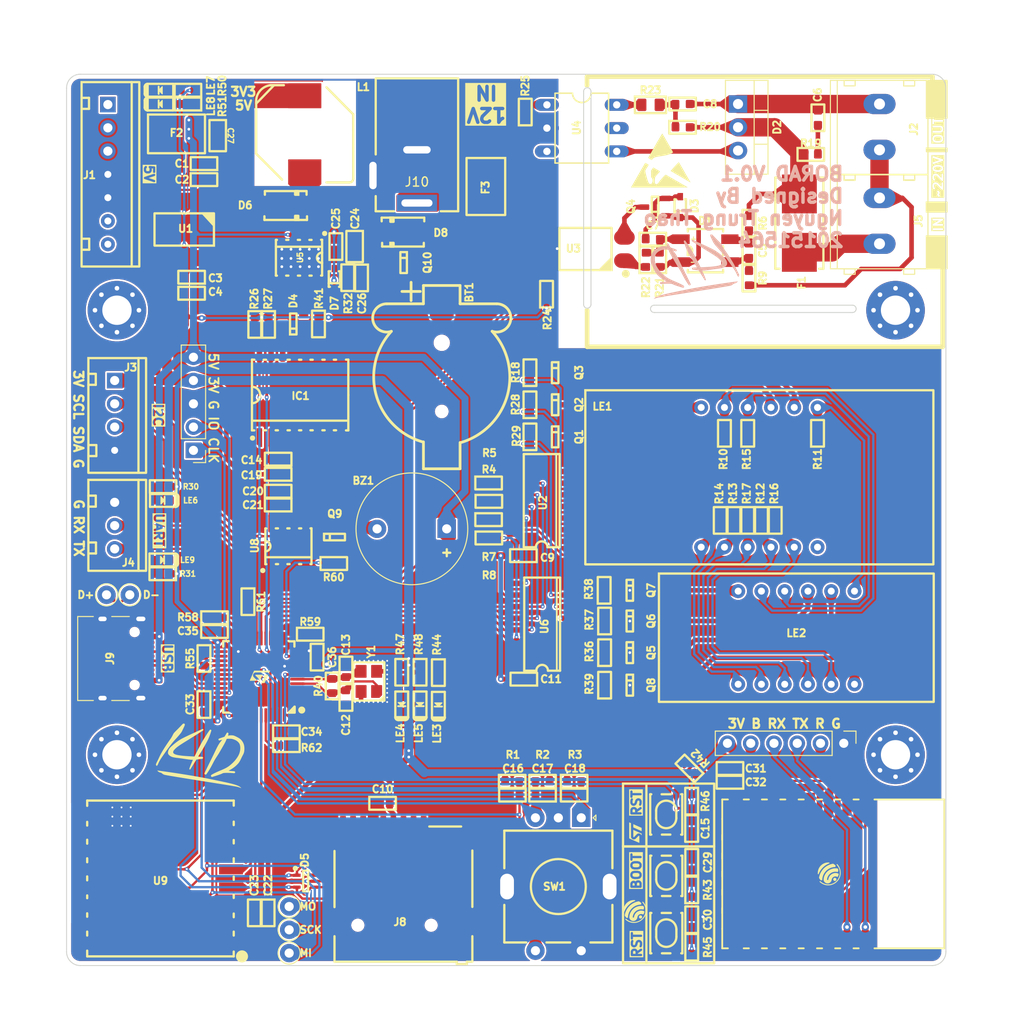
<source format=kicad_pcb>
(kicad_pcb (version 20221018) (generator pcbnew)
  (layers (0 "F.Cu" signal) (31 "B.Cu" signal) (34 "B.Paste" user) (35 "F.Paste" user) (36 "B.SilkS" user "B.Silkscreen") (37 "F.SilkS" user "F.Silkscreen") (38 "B.Mask" user) (39 "F.Mask" user) (44 "Edge.Cuts" user))
  (net 0 "")
  (net 1 "+5V")
  (net 2 "GND")
  (net 3 "+3V3")
  (net 4 "Net-(C5-Pad1)")
  (net 5 "Net-(C6-Pad1)")
  (net 6 "Net-(Q4-E)")
  (net 7 "Net-(LE1-e)")
  (net 8 "Net-(LE1-d)")
  (net 9 "Net-(LE1-DPX)")
  (net 10 "Net-(LE1-c)")
  (net 11 "Net-(LE1-g)")
  (net 12 "Net-(LE1-b)")
  (net 13 "Net-(LE1-CC3)")
  (net 14 "Net-(LE1-CC2)")
  (net 15 "Net-(LE1-f)")
  (net 16 "Net-(LE1-a)")
  (net 17 "Net-(LE1-CC1)")
  (net 18 "Net-(Q1-B)")
  (net 19 "Net-(Q2-B)")
  (net 20 "Net-(Q3-B)")
  (net 21 "Net-(Q4-C)")
  (net 22 "Net-(U2-QB)")
  (net 23 "Net-(C5-Pad2)")
  (net 24 "Net-(U2-QD)")
  (net 25 "Net-(U2-QH)")
  (net 26 "Net-(U2-QF)")
  (net 27 "Net-(U2-QE)")
  (net 28 "Net-(U2-QC)")
  (net 29 "Net-(U2-QA)")
  (net 30 "Net-(U2-QG)")
  (net 31 "Net-(D1-+)")
  (net 32 "Net-(C8-Pad1)")
  (net 33 "Net-(D1--)")
  (net 34 "Net-(D2-G)")
  (net 35 "/Peripheral/L")
  (net 36 "/POWER/5vin")
  (net 40 "/Peripheral/N")
  (net 41 "/Peripheral/Encoder.EnC_BT")
  (net 42 "/Peripheral/Encoder.EnC_B")
  (net 43 "/Peripheral/Encoder.EnC_A")
  (net 44 "/Peripheral/SD.DET")
  (net 45 "Net-(LE2-CC4)")
  (net 46 "Net-(LE2-CC3)")
  (net 47 "Net-(LE2-CC2)")
  (net 48 "Net-(LE2-CC1)")
  (net 49 "Net-(Q5-B)")
  (net 50 "Net-(Q6-B)")
  (net 51 "Net-(Q7-B)")
  (net 52 "Net-(Q8-B)")
  (net 53 "/Peripheral/LOG_TX")
  (net 54 "/Peripheral/LE3")
  (net 55 "Net-(R22-Pad1)")
  (net 56 "Net-(R23-Pad1)")
  (net 57 "/Peripheral/AC_DET")
  (net 58 "/Peripheral/TRIAC")
  (net 59 "Net-(R25-Pad2)")
  (net 60 "/Peripheral/LE2")
  (net 61 "/Peripheral/LE1")
  (net 62 "/Peripheral/LE6")
  (net 63 "/Peripheral/LE5")
  (net 64 "/Peripheral/LE4")
  (net 65 "/Peripheral/LE7")
  (net 68 "/Peripheral/Vbat")
  (net 69 "Net-(D4-Pad1)")
  (net 70 "VDC")
  (net 74 "/ESP/RST")
  (net 75 "/ESP/TX")
  (net 76 "/ESP/RX")
  (net 77 "/ESP/BOOT")
  (net 78 "/STM32/SWCLK")
  (net 79 "/STM32/SWDIO")
  (net 80 "/STM32/PD0")
  (net 81 "/STM32/PD1")
  (net 82 "/ESP/RX_ESP32")
  (net 84 "/Peripheral/LOG_RX")
  (net 85 "Net-(LE3-Pad1)")
  (net 88 "/Peripheral/TYPE_C.D+")
  (net 89 "/Peripheral/TYPE_C.D-")
  (net 93 "/STM32/Led_test1")
  (net 94 "/STM32/Led_test3")
  (net 95 "/STM32/Led_test2")
  (net 96 "Net-(U7-PA3)")
  (net 97 "Net-(U7-PB11)")
  (net 102 "/ESP/TX_ESP32")
  (net 110 "/Peripheral/LORA.MISO")
  (net 111 "/Peripheral/LORA.MOSI")
  (net 112 "/Peripheral/LORA.CS")
  (net 113 "/STM32/RST")
  (net 114 "/Peripheral/L_after")
  (net 115 "Net-(LE4-Pad1)")
  (net 116 "Net-(LE5-Pad1)")
  (net 117 "Net-(LE7-Pad1)")
  (net 118 "Net-(LE8-Pad1)")
  (net 119 "/Peripheral/24C32.SDA")
  (net 120 "/Peripheral/24C32.SCL")
  (net 121 "/Peripheral/LORA.RST")
  (net 122 "/Peripheral/LORA.INT")
  (net 123 "/Peripheral/SD.CS")
  (net 124 "/Peripheral/74HC595.OE")
  (net 125 "/Peripheral/74HC595.SER")
  (net 126 "/Peripheral/74HC595.RCLK")
  (net 127 "/Peripheral/74HC595.SRCLK")
  (net 128 "Net-(BZ1-+)")
  (net 129 "/Peripheral/Buzzer")
  (net 130 "Net-(U7-PB2)")
  (net 131 "Net-(U7-BOOT0)")
  (net 134 "/Peripheral/LORA.SCK")
  (net 135 "/Peripheral/Load")
  (net 137 "Net-(U2-SER)")
  (net 140 "Net-(U10-GPIO14)")
  (net 144 "Net-(#FLG03-pwr)")
  (net 145 "/POWER/VOUT")
  (net 146 "Net-(LE6-Pad1)")
  (net 147 "Net-(LE9-Pad1)")
  (net 148 "Net-(Q10-G)")
  (net 149 "/POWER/B")
  (net 150 "/POWER/A")
  (footprint "IVS_FOOTPRINTS:C_0603" (layer "F.Cu") (at 164.24 129.3 -90)
    (fp_text reference "C15")
    (fp_text value "1uF")
  )
  (footprint "IVS_FOOTPRINTS:D_SOD323" (layer "F.Cu") (at 163 61.5 90)
    (fp_text reference "D3")
    (fp_text value "1N4148")
  )
  (footprint "IVS_FOOTPRINTS:R_0603" (layer "F.Cu") (at 170.5 63.25 90)
    (fp_text reference "R6")
    (fp_text value "180k")
  )
  (footprint "IVS_FOOTPRINTS:SW_SPST_PTS810" (layer "F.Cu") (at 161.5 134.5 90)
    (fp_text reference "SW3" hide)
    (fp_text value "SW_Push" hide)
  )
  (footprint "IVS_FOOTPRINTS:LED_0603" (layer "F.Cu") (at 106.45 100 180)
    (fp_text reference "LE9")
    (fp_text value "Led")
  )
  (footprint "IVS_FOOTPRINTS:LoGo_ST_2.5x1.5mm" (layer "F.Cu") (at 158.1 129.8 90)
    (fp_text reference "G***" hide)
    (fp_text value "LOGO" hide)
  )
  (footprint "IVS_FOOTPRINTS:R_0603" (layer "F.Cu") (at 160.75 67.25 -90)
    (fp_text reference "R21")
    (fp_text value "22k")
  )
  (footprint "IVS_FOOTPRINTS:C_0603" (layer "F.Cu") (at 151.4134 125.65)
    (fp_text reference "C18")
    (fp_text value "1uF")
  )
  (footprint "IVS_FOOTPRINTS:Fuse_1812_4532Metric" (layer "F.Cu") (at 108 53.5)
    (fp_text reference "F2")
    (fp_text value "Fuse" hide)
  )
  (footprint "IVS_FOOTPRINTS:C_0603" (layer "F.Cu") (at 119.1 90.65 180)
    (fp_text reference "C19")
    (fp_text value "100nF")
  )
  (footprint "IVS_FOOTPRINTS:C_0603" (layer "F.Cu") (at 109.65 70.9)
    (fp_text reference "C4")
    (fp_text value "100nF")
  )
  (footprint "IVS_FOOTPRINTS:R_0603" (layer "F.Cu") (at 136.59 112.288107 -90)
    (fp_text reference "R44")
    (fp_text value "1k")
  )
  (footprint "IVS_FOOTPRINTS:C_0603" (layer "F.Cu") (at 145.92 113 180)
    (fp_text reference "C11")
    (fp_text value "100nF")
  )
  (footprint "IVS_FOOTPRINTS:R_0603" (layer "F.Cu") (at 122.6 108.1)
    (fp_text reference "R59")
    (fp_text value "100R")
  )
  (footprint "IVS_FOOTPRINTS:MicroSD_Socket_9P" (layer "F.Cu") (at 132.4 139.85)
    (fp_text reference "J8")
    (fp_text value "Micro_SD_Card_Det1")
  )
  (footprint "IVS_FOOTPRINTS:TO-220-3_Vertical" (layer "F.Cu") (at 169.305 50.25 -90)
    (fp_text reference "D2")
    (fp_text value "TRIAC")
  )
  (footprint "MountingHole:MountingHole_3.2mm_M3_Pad_Via" (layer "F.Cu") (at 186.5 121.25)
    (fp_text reference "REF**" hide)
    (fp_text value "MountingHole_3.2mm_M3_Pad_Via")
  )
  (footprint "IVS_FOOTPRINTS:D_SMA" (layer "F.Cu") (at 120.05 61.3 180)
    (fp_text reference "D6")
    (fp_text value "SS54")
  )
  (footprint "IVS_FOOTPRINTS:R_0603" (layer "F.Cu") (at 159.25 67.25 90)
    (fp_text reference "R22")
    (fp_text value "1k")
  )
  (footprint "IVS_FOOTPRINTS:R_0603" (layer "F.Cu") (at 146.59 79.565 90)
    (fp_text reference "R18")
    (fp_text value "2k")
  )
  (footprint "IVS_FOOTPRINTS:KF128-5.0-2P" (layer "F.Cu") (at 184.75 63 90)
    (fp_text reference "J5")
    (fp_text value "Conn_01x02")
  )
  (footprint "IVS_FOOTPRINTS:R_0603" (layer "F.Cu") (at 146.59 86.565 90)
    (fp_text reference "R29")
    (fp_text value "2k")
  )
  (footprint "IVS_FOOTPRINTS:R_0603" (layer "F.Cu") (at 167.3625 95.68 -90)
    (fp_text reference "R14")
    (fp_text value "1k")
  )
  (footprint "IVS_FOOTPRINTS:R_0603" (layer "F.Cu") (at 147.9634 124.15 180)
    (fp_text reference "R2")
    (fp_text value "4k7")
  )
  (footprint "IVS_FOOTPRINTS:SOT23-3" (layer "F.Cu") (at 132.8 67.55 -90)
    (fp_text reference "Q10")
    (fp_text value "P_Mosfet")
  )
  (footprint "IVS_FOOTPRINTS:R_0603" (layer "F.Cu") (at 154.74 113.66 90)
    (fp_text reference "R39")
    (fp_text value "2k")
  )
  (footprint "IVS_FOOTPRINTS:C_0603" (layer "F.Cu") (at 111 56.75 180)
    (fp_text reference "C1")
    (fp_text value "1uF")
  )
  (footprint "Connector_PinHeader_2.54mm:PinHeader_1x05_P2.54mm_Vertical" (layer "F.Cu") (at 109.85 88.04 180)
    (fp_text reference "J7" hide)
    (fp_text value "Conn_01x05_Male")
  )
  (footprint "IVS_FOOTPRINTS:R_0603" (layer "F.Cu") (at 154.69 103.31 90)
    (fp_text reference "R38")
    (fp_text value "2k")
  )
  (footprint "IVS_FOOTPRINTS:R_0603" (layer "F.Cu") (at 106.535787 92 180)
    (fp_text reference "R30")
    (fp_text value "1k")
  )
  (footprint "IVS_FOOTPRINTS:R_0603" (layer "F.Cu") (at 171.8625 95.68 -90)
    (fp_text reference "R12")
    (fp_text value "1k")
  )
  (footprint "IVS_FOOTPRINTS:Conn_XH-P2.54mm-3P" (layer "F.Cu") (at 101.25 96.25)
    (fp_text reference "J4")
    (fp_text value "Conn_01x03")
  )
  (footprint "IVS_FOOTPRINTS:Fuseholder_Littelfuse_Nano2_154x" (layer "F.Cu") (at 176 63.25 -90)
    (fp_text reference "F1")
    (fp_text value "Fuse")
  )
  (footprint "TestPoint:TestPoint_THTPad_D2.0mm_Drill1.0mm" (layer "F.Cu") (at 102.9 103.8 90)
    (fp_text reference "D-")
    (fp_text value "TestPoint")
  )
  (footprint "IVS_FOOTPRINTS:C_0603" (layer "F.Cu") (at 145.87 99.525 180)
    (fp_text reference "C9")
    (fp_text value "100nF")
  )
  (footprint "IVS_FOOTPRINTS:C_0603" (layer "F.Cu") (at 128.2 69.225 -90)
    (fp_text reference "C26")
    (fp_text value "100nF")
  )
  (footprint "IVS_FOOTPRINTS:SOIC-16W_3.92x10.2mm" (layer "F.Cu") (at 147.87 93.525 90)
    (fp_text reference "U2")
    (fp_text value "74HC595")
  )
  (footprint "IVS_FOOTPRINTS:R_0603" (layer "F.Cu") (at 164.25 142.25 90)
    (fp_text reference "R45")
    (fp_text value "10k")
  )
  (footprint "IVS_FOOTPRINTS:R_0603" (layer "F.Cu") (at 154.74 106.66 90)
    (fp_text reference "R37")
    (fp_text value "2k")
  )
  (footprint "IVS_FOOTPRINTS:R_0603" (layer "F.Cu") (at 151.4134 124.15)
    (fp_text reference "R3")
    (fp_text value "4k7")
  )
  (footprint "IVS_FOOTPRINTS:R_0603" (layer "F.Cu") (at 132.59 112.25 -90)
    (fp_text reference "R47")
    (fp_text value "1k")
  )
  (footprint "IVS_FOOTPRINTS:R_0603" (layer "F.Cu") (at 177.25 55.75)
    (fp_text reference "R19")
    (fp_text value "39")
  )
  (footprint "IVS_FOOTPRINTS:R_0603" (layer "F.Cu") (at 170.3625 95.68 -90)
    (fp_text reference "R17")
    (fp_text value "1k")
  )
  (footprint "IVS_FOOTPRINTS:BarrelJack_Wuerth_6941xx301002" (layer "F.Cu") (at 134.25 55.25 180)
    (fp_text reference "J10")
    (fp_text value "Jack-DC")
  )
  (footprint "IVS_FOOTPRINTS:R_0603" (layer "F.Cu") (at 163.25 52.79)
    (fp_text reference "R20")
    (fp_text value "470")
  )
  (footprint "IVS_FOOTPRINTS:C_0603" (layer "F.Cu") (at 119.1 94 180)
    (fp_text reference "C21")
    (fp_text value "100nF")
  )
  (footprint "TestPoint:TestPoint_THTPad_D2.0mm_Drill1.0mm" (layer "F.Cu") (at 120.3 140.35)
    (fp_text reference "SCK")
    (fp_text value "TestPoint")
  )
  (footprint "IVS_FOOTPRINTS:LED_0603" (layer "F.Cu") (at 134.59 115.75 90)
    (fp_text reference "LE5")
    (fp_text value "Led")
  )
  (footprint "IVS_FOOTPRINTS:ESP8266-07__ESP32-C3-12F" (layer "F.Cu") (at 184.2 126.13 -90)
    (fp_text reference "U10" hide)
    (fp_text value "ESP-07")
  )
  (footprint "IVS_FOOTPRINTS:LoGo_IDF_2.5x2.5mm" (layer "F.Cu") (at 158.05 138.35 90)
    (fp_text reference "G***" hide)
    (fp_text value "LOGO" hide)
  )
  (footprint "IVS_FOOTPRINTS:C_0603" (layer "F.Cu") (at 163.25 50.25)
    (fp_text reference "C8")
    (fp_text value "50nF")
  )
  (footprint "IVS_FOOTPRINTS:LoGo_1412_10x8mm" (layer "F.Cu") (at 110.6 121.7)
    (fp_text reference "G***" hide)
    (fp_text value "LOGO" hide)
  )
  (footprint "IVS_FOOTPRINTS:R_0603" (layer "F.Cu") (at 167.8225 86.18 90)
    (fp_text reference "R10")
    (fp_text value "1k")
  )
  (footprint "MountingHole:MountingHole_3.2mm_M3_Pad_Via" (layer "F.Cu") (at 186.5 72.75)
    (fp_text reference "REF**" hide)
    (fp_text value "MountingHole_3.2mm_M3_Pad_Via")
  )
  (footprint "IVS_FOOTPRINTS:R_0805" (layer "F.Cu") (at 159.75 50.34)
    (fp_text reference "R23")
    (fp_text value "360")
  )
  (footprint "IVS_FOOTPRINTS:SOIC-16W_7.5x10.3mm_P1.27mm" (layer "F.Cu") (at 121.5 82 90)
    (fp_text reference "IC1")
    (fp_text value "RTC_DS3231M" hide)
  )
  (footprint "IVS_FOOTPRINTS:SOT23-3" (layer "F.Cu") (at 149.34 86.565 -90)
    (fp_text reference "Q1")
    (fp_text value "NPN")
  )
  (footprint "IVS_FOOTPRINTS:SOIC-8_3.9x4.9mm_P1.27mm" (layer "F.Cu") (at 120.23 98.5 90)
    (fp_text reference "U8")
    (fp_text value "24C32N" hide)
  )
  (footprint "IVS_FOOTPRINTS:LoGo_ST_2.5x1.5mm" (layer "F.Cu") (at 117.05 112.75)
    (fp_text reference "G***" hide)
    (fp_text value "LOGO" hide)
  )
  (footprint "IVS_FOOTPRINTS:R_0603" (layer "F.Cu") (at 118.05 74.3 -90)
    (fp_text reference "R27")
    (fp_text value "4k7")
  )
  (footprint "MountingHole:MountingHole_3.2mm_M3_Pad_Via" (layer "F.Cu") (at 101.5 121.25)
    (fp_text reference "REF**" hide)
    (fp_text value "MountingHole_3.2mm_M3_Pad_Via")
  )
  (footprint "IVS_FOOTPRINTS:7Segment_4led_CC_38x19" (layer "F.Cu") (at 171.6325 90.98)
    (fp_text reference "LE1")
    (fp_text value "5631AS")
  )
  (footprint "IVS_FOOTPRINTS:Fuse_1812_4532Metric" (layer "F.Cu") (at 141.785 59.25 -90)
    (fp_text reference "F3")
    (fp_text value "Fuse" hide)
  )
  (footprint "IVS_FOOTPRINTS:R_0603" (layer "F.Cu") (at 142.1 97.6)
    (fp_text reference "R8")
    (fp_text value "4k7")
  )
  (footprint "Symbol:ESD-Logo_6.6x6mm_SilkScreen" (layer "F.Cu") (at 160.875 56.4)
    (fp_text reference "REF**" hide)
    (fp_text value "ESD-Logo_6.6x6mm_SilkScreen" hide)
  )
  (footprint "IVS_FOOTPRINTS:LED_0603" (layer "F.Cu") (at 106.25 48.75)
    (fp_text reference "LE7")
    (fp_text value "Led")
  )
  (footprint "IVS_FOOTPRINTS:7Segment_4led_Cathode_30x14mm" (layer "F.Cu") (at 175.67 108.48)
    (fp_text reference "LE2")
    (fp_text value "5631AS")
  )
  (footprint "MountingHole:MountingHole_3.2mm_M3_Pad_Via" (layer "F.Cu") (at 101.5 72.75)
    (fp_text reference "REF**" hide)
    (fp_text value "MountingHole_3.2mm_M3_Pad_Via")
  )
  (footprint "IVS_FOOTPRINTS:R_0603" (layer "F.Cu") (at 148.4 71 90)
    (fp_text reference "R24")
    (fp_text value "1k")
  )
  (footprint "IVS_FOOTPRINTS:MODULE_RA-02_LORA" (layer "F.Cu") (at 106.25 134.75 180)
    (fp_text reference "U9")
    (fp_text value "Ai-Thinker-Ra-02")
  )
  (footprint "IVS_FOOTPRINTS:C_0603" (layer "F.Cu") (at 111 58.5)
    (fp_text reference "C2")
    (fp_text value "100nF")
  )
  (footprint "IVS_FOOTPRINTS:SOT233" (layer "F.Cu") (at 109 64 180)
    (fp_text reference "U1")
    (fp_text value "AMS1117")
  )
  (footprint "IVS_FOOTPRINTS:Conn_XH-P2.54mm-4P" (layer "F.Cu") (at 101.25 84.23)
    (fp_text reference "J3")
    (fp_text value "Conn_01x04")
  )
  (footprint "TestPoint:TestPoint_THTPad_D2.0mm_Drill1.0mm" (layer "F.Cu") (at 100.36 103.8 90)
    (fp_text reference "D+")
    (fp_text value "TestPoint")
  )
  (footprint "IVS_FOOTPRINTS:SOT23-3" (layer "F.Cu") (at 157.49 110.11 -90)
    (fp_text reference "Q5")
    (fp_text value "NPN")
  )
  (footprint "IVS_FOOTPRINTS:C_0603" (layer "F.Cu") (at 120 118.75)
    (fp_text reference "C34")
    (fp_text value "100nF")
  )
  (footprint "IVS_FOOTPRINTS:C_0603" (layer "F.Cu") (at 164.25 132.9875 90)
    (fp_text reference "C29")
    (fp_text value "1uF")
  )
  (footprint "IVS_FOOTPRINTS:R_0603" (layer "F.Cu") (at 134.59 112.25 -90)
    (fp_text reference "R48")
    (fp_text value "1k")
  )
  (footprint "IVS_FOOTPRINTS:R_0603" (layer "F.Cu") (at 125.175 100.3875)
    (fp_text reference "R60")
    (fp_text value "1M")
  )
  (footprint "IVS_FOOTPRINTS:BatteryHolder_CR1220" (layer "F.Cu") (at 136.96 80.05 90)
    (fp_text reference "BT1")
    (fp_text value "CR1220" hide)
  )
  (footprint "IVS_FOOTPRINTS:C_0603" (layer "F.Cu") (at 111 115.775 -90)
    (fp_text reference "C33")
    (fp_text value "100nF")
  )
  (footprint "IVS_FOOTPRINTS:R_0603" (layer "F.Cu") (at 173.3625 95.68 -90)
    (fp_text reference "R16")
    (fp_text value "1k")
  )
  (footprint "IVS_FOOTPRINTS:R_0603" (layer "F.Cu") (at 146.075 51.125 90)
    (fp_text reference "R25")
    (fp_text value "360")
  )
  (footprint "IVS_FOOTPRINTS:C_0603" (layer "F.Cu") (at 168.425 124.25 180)
    (fp_text reference "C32")
    (fp_text value "100nF")
  )
  (footprint "IVS_FOOTPRINTS:C_0603" (layer "F.Cu") (at 119.1 92.5 180)
    (fp_text reference "C20")
    (fp_text value "10uF")
  )
  (footprint "IVS_FOOTPRINTS:C_0603" (layer "F.Cu") (at 160 65 180)
    (fp_text reference "C7")
    (fp_text value "10uF")
  )
  (footprint "IVS_FOOTPRINTS:C_0603" (layer "F.Cu") (at 126.5 115 90)
    (fp_text reference "C12")
    (fp_text value "22pF")
  )
  (footprint "IVS_FOOTPRINTS:LED_0603" (layer "F.Cu") (at 106.25 50.25)
    (fp_text reference "LE8")
    (fp_text value "Led")
  )
  (footprint "IVS_FOOTPRINTS:C_0603" (layer "F.Cu") (at 109.65 69.15 180)
    (fp_text reference "C3")
    (fp_text value "1uF")
  )
  (footprint "IVS_FOOTPRINTS:C_0603" (layer "F.Cu") (at 164.25 139.25 90)
    (fp_text reference "C30")
    (fp_text value "1uF")
  )
  (footprint "IVS_FOOTPRINTS:SOT23-3" (layer "F.Cu") (at 157.49 103.31 -90)
    (fp_text reference "Q7")
    (fp_text value "NPN")
  )
  (footprint "IVS_FOOTPRINTS:R_0603" (layer "F.Cu") (at 170.3625 86.18 90)
    (fp_text reference "R15")
    (fp_text value "1k")
  )
  (footprint "IVS_FOOTPRINTS:C_0603" (layer "F.Cu") (at 168.425 122.75 180)
    (fp_text reference "C31")
    (fp_text value "1uF")
  )
  (footprint "IVS_FOOTPRINTS:R_0603" (layer "F.Cu") (at 142.075 91.6)
    (fp_text reference "R5")
    (fp_text value "4k7")
  )
  (footprint "IVS_FOOTPRINTS:SOIC-8_3.9x4.9mm_P1.27mm" (layer "F.Cu") (at 121.365 67.025 -90)
    (fp_text reference "U5")
    (fp_text value "XL1509" hide)
  )
  (footprint "IVS_FOOTPRINTS:R_0603" (layer "F.Cu") (at 126.7 69.2 -90)
    (fp_text reference "R32")
    (fp_text value "12k")
  )
  (footprint "IVS_FOOTPRINTS:SOIC-16W_3.92x10.2mm" (layer "F.Cu") (at 147.92 107 90)
    (fp_text reference "U6")
    (fp_text value "74HC595")
  )
  (footprint "IVS_FOOTPRINTS:LED_0603" (layer "F.Cu") (at 136.59 115.788107 90)
    (fp_text reference "LE3")
    (fp_text value "Led")
  )
  (footprint "IVS_FOOTPRINTS:C_0805" (layer "F.Cu") (at 112.5 53.7 -90)
    (fp_text reference "C27")
    (fp_text value "10uF")
  )
  (footprint "IVS_FOOTPRINTS:C_0603" (layer "F.Cu") (at 147.9634 125.65 180)
    (fp_text reference "C17")
    (fp_text value "1uF")
  )
  (footprint "IVS_FOOTPRINTS:R_0603" (layer "F.Cu") (at 120 120.25 180)
    (fp_text reference "R62")
    (fp_text value "10K")
  )
  (footprint "IVS_FOOTPRINTS:R_0603" (layer "F.Cu") (at 177.9825 86.18 90)
    (fp_text reference "R11")
    (fp_text value "1k")
  )
  (footprint "IVS_FOOTPRINTS:C_0603" (layer "F.Cu") (at 125.4 65.8 90)
    (fp_text reference "C25")
    (fp_text value "1uF")
  )
  (footprint "IVS_FOOTPRINTS:R_0603" (layer "F.Cu") (at 109.25 48.75 180)
    (fp_text reference "R50")
    (fp_text value "1k")
  )
  (footprint "IVS_FOOTPRINTS:R_0603" (layer "F.Cu") (at 142.075 95.6)
    (fp_text reference "R7")
    (fp_text value "4k7")
  )
  (footprint "IVS_FOOTPRINTS:DIL06-E" (layer "F.Cu") (at 152.25 52.88 -90)
    (fp_text reference "U4")
    (fp_text value "MOC3020M")
  )
  (footprint "IVS_FOOTPRINTS:Bridge_MB10F-13" (layer "F.Cu") (at 165.75 66.25)
    (fp_text reference "D1")
    (fp_text value "MB10F")
  )
  (footprint "IVS_FOOTPRINTS:LED_0603" (layer "F.Cu") (at 106.5 93.5 180)
    (fp_text reference "LE6")
    (fp_text value "Led")
  )
  (footprint "IVS_FOOTPRINTS:R_0603" (layer "F.Cu") (at 170.5 69.25 -90)
    (fp_text reference "R9")
    (fp_text value "180k")
  )
  (footprint "IVS_FOOTPRINTS:R_0603" (layer "F.Cu") (at 164.25 136 90)
    (fp_text reference "R43")
    (fp_text value "10k")
  )
  (footprint "IVS_FOOTPRINTS:R_0603" (layer "F.Cu") (at 142.1 93.6)
    (fp_text reference "R4")
    (fp_text value "4k7")
  )
  (footprint "IVS_FOOTPRINTS:R_0603" (layer "F.Cu") (at 115.8 104.55 -90)
    (fp_text reference "R61")
    (fp_text value "10K")
  )
  (footprint "IVS_FOOTPRINTS:USB_C_Receptacle_XKB_U262-16XN-4BVC11" (layer "F.Cu") (at 101 110.75 -90)
    (fp_text reference "J9")
    (fp_text value "USB_C_Receptacle" hide)
  )
  (footprint "IVS_FOOTPRINTS:R_0603" (layer "F.Cu") (at 164.24 126.3125 -90)
    (fp_text reference "R46")
    (fp_text value "10k")
  )
  (footprint "IVS_FOOTPRINTS:C_0603" (layer "F.Cu") (at 123.35 110.6 -90)
    (fp_text reference "C36")
    (fp_text value "100nF")
  )
  (footprint "IVS_FOOTPRINTS:R_0603" (layer "F.Cu") (at 168.8625 95.68 -90)
    (fp_text reference "R13")
    (fp_text value "1k")
  )
  (footprint "IVS_FOOTPRINTS:Conn_XH-P2.54mm-7P" (layer "F.Cu") (at 100.51 57.93)
    (fp_text reference "J1")
    (fp_text value "Conn_01x07")
  )
  (footprint "IVS_FOOTPRINTS:R_0603" (layer "F.Cu") (at 146.59 83.065 90)
    (fp_text reference "R28")
    (fp_text value "2k")
  )
  (footprint "IVS_FOOTPRINTS:C_0603" (layer "F.Cu") (at 178.025 51.75 90)
    (fp_text reference "C6")
    (fp_text value "10nF")
  )
  (footprint "IVS_FOOTPRINTS:D_SOD323" (layer "F.Cu") (at 125.25 69.35 90)
    (fp_text reference "D7")
    (fp_text value "D_Schottky")
  )
  (footprint "IVS_FOOTPRINTS:C_0603" (layer "F.Cu") (at 170.5 66.25 -90)
    (fp_text reference "C5")
    (fp_text value "10nF")
  )
  (footprint "IVS_FOOTPRINTS:SW_SPST_PTS810" (layer "F.Cu") (at 161.49 127.8 90)
    (fp_text reference "SW4" hide)
    (fp_text value "SW_Push" hide)
  )
  (footprint "IVS_FOOTPRINTS:C_0603" (layer "F.Cu") (at 112.15 107.8)
    (fp_text reference "C35")
    (fp_text value "100nF")
  )
  (footprint "IVS_FOOTPRINTS:SOT23-3" (layer "F.Cu") (at 149.34 79.565 -90)
    (fp_text reference "Q3")
    (fp_text value "NPN")
  )
  (footprint "IVS_FOOTPRINTS:OPTO_SOT254P975X400-4N" (layer "F.Cu") (at 152.65 66.07 180)
    (fp_text reference "U3")
    (fp_text value "PC817")
  )
  (footprint "IVS_FOOTPRINTS:C_0603" (layer "F.Cu") (at 116.5 138.5 -90)
    (fp_text reference "C23")
    (fp_text value "100nF")
  )
  (footprint "Connector_PinHeader_2.54mm:PinHeader_1x06_P2.54mm_Vertical" (layer "F.Cu") (at 180.85 120 -90)
    (fp_text reference "J6" hide)
    (fp_text value " ")
  )
  (footprint "IVS_FOOTPRINTS:TSSOP-6" (layer "F.Cu") (at 122.1 135.05 -90)
    (fp_text reference "D5")
    (fp_text value "SMF05C" hide)
  )
  (footprint "IVS_FOOTPRINTS:LED_0603" (layer "F.Cu") (at 132.59 115.75 90)
    (fp_text reference "LE4")
    (fp_text value "Led")
  )
  (footprint "IVS_FOOTPRINTS:R_0603" (layer "F.Cu") (at 125 113.75 90)
    (fp_text reference "R40")
    (fp_text value "1M")
  )
  (footprint "IVS_FOOTPRINTS:LQFP-48_7x7mm_P0.5mm" (layer "F.Cu") (at 117 112.75 180)
    (fp_text reference "U7" hide)
    (fp_text value "STM32F103C8Tx")
  )
  (footprint "IVS_FOOTPRINTS:C_0805" (layer "F.Cu") (at 127.45 65.8 -90)
    (fp_text reference "C24")
    (fp_text value "10uF")
  )
  (footprint "IVS_FOOTPRINTS:C_0603" (layer "F.Cu") (at 126.5 112 90)
    (fp_text reference "C13")
    (fp_text value "22pF")
  )
  (footprint "Buzzer_Beeper:Buzzer_12x9.5RM7.6" (layer "F.Cu") (at 137.5 96.6 180)
    (fp_text reference "BZ1")
    (fp_text value "Buzzer")
  )
  (footprint "TestPoint:TestPoint_THTPad_D2.0mm_Drill1.0mm" (layer "F.Cu") (at 120.3 137.81)
    (fp_text reference "MO")
    (fp_text value "TestPoint")
  )
  (footprint "IVS_FOOTPRINTS:RotaryEncoder_Alps_EC11E-Switch_Vertical_H20mm" (layer "F.Cu") (at 149.75 135.65 180)
    (fp_text reference "SW1")
    (fp_text value "RotaryEncoder_Switch")
  )
  (footprint "IVS_FOOTPRINTS:SW_SPST_PTS810" (layer "F.Cu") (at 161.5 140.75 90)
    (fp_text reference "SW2" hide)
    (fp_text value "SW_Push" hide)
  )
  (footprint "IVS_FOOTPRINTS:SOT23-3" (layer "F.Cu") (at 160.25 61.5 90)
    (fp_text reference "Q4")
    (fp_text value "NPN")
  )
  (footprint "IVS_FOOTPRINTS:R_0603" (layer "F.Cu") (at 164 122.75 135)
    (fp_text reference "R42")
    (fp_text value "100")
  )
  (footprint "IVS_FOOTPRINTS:R_0603" (layer "F.Cu") (at 154.74 110.11 90)
    (fp_text reference "R36")
    (fp_text value "2k")
  )
  (footprint "IVS_FOOTPRINTS:C_0603" (layer "F.Cu") (at 130.5 126.55)
    (fp_text reference "C10")
    (fp_text value "100nF")
  )
  (footprint "IVS_FOOTPRINTS:C_0603" (layer "F.Cu") (at 118 138.5 -90)
    (fp_text reference "C22")
    (fp_text value "1uF")
  )
  (footprint "IVS_FOOTPRINTS:R_0603" (layer "F.Cu") (at 123.5 74.25 -90)
    (fp_text reference "R41")
    (fp_text value "1k")
  )
  (footprint "IVS_FOOTPRINTS:R_0603" (layer "F.Cu") (at 144.65 124.15)
    (fp_text reference "R1")
    (fp_text value "4k7")
  )
  (footprint "IVS_FOOTPRINTS:SOT23-3" (layer "F.Cu") (at 157.49 106.66 -90)
    (fp_text reference "Q6")
    (fp_text value "NPN")
  )
  (footprint "IVS_FOOTPRINTS:R_0603" (layer "F.Cu") (at 109.25 50.25 180)
    (fp_text reference "R51")
    (fp_text value "1k")
  )
  (footprint "IVS_FOOTPRINTS:SOT23-3" (layer "F.Cu") (at 149.34 83.065 -90)
    (fp_text reference "Q2")
    (fp_text value "NPN")
  )
  (footprint "IVS_FOOTPRINTS:R_0603" (layer "F.Cu") (at 112.15 106.3)
    (fp_text reference "R58")
    (fp_text value "100R")
  )
  (footprint "IVS_FOOTPRINTS:R_0603" (layer "F.Cu") (at 111 110.75 -90)
    (fp_text reference "R55")
    (fp_text value "4k7")
  )
  (footprint "IVS_FOOTPRINTS:C_0603" (layer "F.Cu") (at 144.675 125.65)
    (fp_text reference "C16")
    (fp_text value "1uF")
  )
  (footprint "IVS_FOOTPRINTS:R_0603" (layer "F.Cu") (at 116.55 74.3 -90)
    (fp_text reference "R26")
    (fp_text value "4k7")
  )
  (footprint "IVS_FOOTPRINTS:R_0603" (layer "F.Cu") (at 106.5 101.5 180)
    (fp_text reference "R31")
    (fp_text value "1k")
  )
  (footprint "IVS_FOOTPRINTS:KF128-5.0-2P" (layer "F.Cu") (at 184.75 52.75 90)
    (fp_text reference "J2")
    (fp_text value "Conn_01x02")
  )
  (footprint "IVS_FOOTPRINTS:C_0603" (layer "F.Cu") (at 119.1 89 180)
    (fp_text reference "C14")
    (fp_text value "10uF")
  )
  (footprint "IVS_FOOTPRINTS:SOT23-3" (layer "F.Cu") (at 157.49 113.66 -90)
    (fp_text reference "Q8")
    (fp_text value "NPN")
  )
  (footprint "IVS_FOOTPRINTS:SOT23-3" (layer "F.Cu") (at 120.75 74.25 90)
    (fp_text reference "D4")
    (fp_text value "BAT54C")
  )
  (footprint "IVS_FOOTPRINTS:LoGo_IDF_2.5x2.5mm" (layer "F.Cu") (at 179.261633 134.250108 90)
    (fp_text reference "G***" hide)
    (fp_text value "LOGO" hide)
  )
  (footprint "IVS_FOOTPRINTS:SOT23-3" (layer "F.Cu") (at 125.25 97.5)
    (fp_text reference "Q9")
    (fp_text value "N_Mosfet")
  )
  (footprint "IVS_FOOTPRINTS:Crystal_3225_4P_3.2x2.6mm" (layer "F.Cu") (at 129 113.25 90)
    (fp_text reference "Y1")
    (fp_text value "Crystal_GND24_Small")
  )
  (footprint "TestPoint:TestPoint_THTPad_D2.0mm_Drill1.0mm" (layer "F.Cu") (at 120.3 142.89)
    (fp_text reference "MI")
    (fp_text value "TestPoint")
  )
  (footprint "IVS_FOOTPRINTS:L_10.4x10.4_H4.8" (layer "F.Cu") (at 122 53.5 90)
    (fp_text reference "L1")
    (fp_text value "68uH 2A")
  )
  (footprint "IVS_FOOTPRINTS:D_SMA" (layer "F.Cu") (at 132.6 64.25)
    (fp_text reference "D8")
    (fp_text value "SS54")
  )
  (footprint "IVS_FOOTPRINTS:LoGo_1412_10x8mm" (layer "B.Cu") (at 164.585183 68.327398 180)
    (fp_text reference "G***" hide)
    (fp_text value "LOGO" hide)
  )
  (gr_rect (start 189.88 47.69) (end 192.12 51.79) (stroke (width 0.15)) (fill solid) (layer "F.SilkS"))
  (gr_line (start 152.83 72.86) (end 152.83 76.74) (stroke (width 0.5)) (layer "F.SilkS"))
  (gr_line (start 159.3 124.4) (end 159.3 143.95) (stroke (width 0.25)) (layer "F.SilkS"))
  (gr_rect (start 189.88 64.6546) (end 192.12 68.21) (stroke (width 0.15)) (fill solid) (layer "F.SilkS"))
  (gr_rect (start 156.75 124.398707) (end 166.701293 131.25) (stroke (width 0.25)) (fill none) (layer "F.SilkS"))
  (gr_rect (start 152.68 72.68) (end 152.9754 72.86) (stroke (width 0.2)) (fill none) (layer "F.SilkS"))
  (gr_line (start 191.65 76.74) (end 191.65 68.16) (stroke (width 0.5)) (layer "F.SilkS"))
  (gr_line (start 190.53 47.26) (end 152.82 47.26) (stroke (width 0.5)) (layer "F.SilkS"))
  (gr_line (start 152.83 76.74) (end 191.65 76.74) (stroke (width 0.5)) (layer "F.SilkS"))
  (gr_rect (start 152.6723 48.13) (end 152.9677 48.31) (stroke (width 0.2)) (fill none) (layer "F.SilkS"))
  (gr_rect (start 156.748705 131.25) (end 166.701293 143.997413) (stroke (width 0.25)) (fill none) (layer "F.SilkS"))
  (gr_rect (start 189.88 55.07) (end 192.11 55.44) (stroke (width 0.15)) (fill solid) (layer "F.SilkS"))
  (gr_rect (start 189.87 60.96) (end 192.11 62.03) (stroke (width 0.15)) (fill solid) (layer "F.SilkS"))
  (gr_line (start 190.53 47.26) (end 190.53 47.68) (stroke (width 0.5)) (layer "F.SilkS"))
  (gr_line (start 152.82 47.26) (end 152.82 48.13) (stroke (width 0.5)) (layer "F.SilkS"))
  (gr_line (start 190.5 47) (end 97.5 47) (stroke (width 0.1)) (layer "Edge.Cuts"))
  (gr_arc (start 96 48.5) (mid 96.43934 47.43934) (end 97.5 47) (stroke (width 0.1)) (layer "Edge.Cuts"))
  (gr_line (start 160.15 73) (end 181.8 73) (stroke (width 0.1)) (layer "Edge.Cuts"))
  (gr_line (start 152.45 48.875) (end 152.45 72.125) (stroke (width 0.1)) (layer "Edge.Cuts"))
  (gr_line (start 96 48.5) (end 96 142.75) (stroke (width 0.1)) (layer "Edge.Cuts"))
  (gr_arc (start 160.15 73) (mid 159.75 72.6) (end 160.15 72.2) (stroke (width 0.1)) (layer "Edge.Cuts"))
  (gr_arc (start 192 142.75) (mid 191.56066 143.81066) (end 190.5 144.25) (stroke (width 0.1)) (layer "Edge.Cuts"))
  (gr_line (start 97.5 144.25) (end 190.5 144.25) (stroke (width 0.1)) (layer "Edge.Cuts"))
  (gr_line (start 181.8 72.2) (end 160.15 72.2) (stroke (width 0.1)) (layer "Edge.Cuts"))
  (gr_arc (start 152.45 48.875) (mid 152.85 48.475) (end 153.25 48.875) (stroke (width 0.1)) (layer "Edge.Cuts"))
  (gr_arc (start 97.5 144.25) (mid 96.43934 143.81066) (end 96 142.75) (stroke (width 0.1)) (layer "Edge.Cuts"))
  (gr_line (start 153.25 72.125) (end 153.25 48.875) (stroke (width 0.1)) (layer "Edge.Cuts"))
  (gr_arc (start 153.25 72.125) (mid 152.85 72.525) (end 152.45 72.125) (stroke (width 0.1)) (layer "Edge.Cuts"))
  (gr_arc (start 181.8 72.2) (mid 182.2 72.6) (end 181.8 73) (stroke (width 0.1)) (layer "Edge.Cuts"))
  (gr_line (start 192 142.75) (end 192 48.5) (stroke (width 0.1)) (layer "Edge.Cuts"))
  (gr_arc (start 190.5 47) (mid 191.56066 47.43934) (end 192 48.5) (stroke (width 0.1)) (layer "Edge.Cuts"))
  (gr_text "BORAD V0.1 \nDesigned By \nNguyen Trung Thao \n20151564" (at 181 66) (layer "B.SilkS") (effects (font (size 1.5 1.5) (thickness 0.375) bold) (justify left bottom mirror)))
  (gr_text "5V 3V G IO CLK" (at 111.45 77.3 270) (layer "F.SilkS") (effects (font (size 1 1) (thickness 0.2) bold) (justify left bottom)))
  (gr_text "3V B RX TX R G" (at 168.05 118.45) (layer "F.SilkS") (effects (font (size 1 1) (thickness 0.25) bold) (justify left bottom)))
  (gr_text "5V" (at 114.25 51) (layer "F.SilkS") (effects (font (size 1 1) (thickness 0.25) bold) (justify left bottom)))
  (gr_text "12V\nIN" (at 141.825 48.125 180) (layer "F.SilkS" knockout) (effects (font (size 1.5 1.5) (thickness 0.375) bold) (justify bottom)))
  (gr_text "RST" (at 158.85 143.5 90) (layer "F.SilkS" knockout) (effects (font (size 1 1) (thickness 0.25) bold) (justify left bottom)))
  (gr_text "BOOT" (at 158.8 136.05 90) (layer "F.SilkS" knockout) (effects (font (size 1 1) (thickness 0.25) bold) (justify left bottom)))
  (gr_text "G RX TX" (at 96.75 93.25 270) (layer "F.SilkS") (effects (font (size 1 1) (thickness 0.25) bold) (justify left bottom)))
  (gr_text "UART" (at 105.5 94.75 270) (layer "F.SilkS" knockout) (effects (font (size 1 1) (thickness 0.25) bold) (justify left bottom)))
  (gr_text "5V" (at 104.425 56.775 270) (layer "F.SilkS" knockout) (effects (font (size 1 1) (thickness 0.25) bold) (justify left bottom)))
  (gr_text "IN" (at 191.75 64.276905 90) (layer "F.SilkS" knockout) (effects (font (size 1 1) (thickness 0.2) bold) (justify left bottom)))
  (gr_text "RST" (at 158.8 128.05 90) (layer "F.SilkS" knockout) (effects (font (size 1 1) (thickness 0.25) bold) (justify left bottom)))
  (gr_text "~220V" (at 191.75 60.5 90) (layer "F.SilkS" knockout) (effects (font (size 1 1) (thickness 0.2) bold) (justify left bottom)))
  (gr_text "OUT" (at 191.75 54.693572 90) (layer "F.SilkS" knockout) (effects (font (size 1 1) (thickness 0.2) bold) (justify left bottom)))
  (gr_text "3V SCL SDA G" (at 96.7 79.15 270) (layer "F.SilkS") (effects (font (size 1 1) (thickness 0.25) bold) (justify left bottom)))
  (gr_text "3V3" (at 113.75 49.5) (layer "F.SilkS") (effects (font (size 1 1) (thickness 0.25) bold) (justify left bottom)))
  (gr_text "USB" (at 106.4 109.05 270) (layer "F.SilkS" knockout) (effects (font (size 1 1) (thickness 0.25) bold) (justify left bottom)))
  (gr_text "I2C" (at 105.4 82.803215 270) (layer "F.SilkS" knockout) (effects (font (size 1 1) (thickness 0.25) bold) (justify left bottom)))
  (segment (start 145.145 113) (end 145.145 111.47) (width 0.5) (layer "F.Cu") (net 1))
  (segment (start 138.1 98.3) (end 140.95 98.3) (width 0.75) (layer "F.Cu") (net 1))
  (segment (start 137.5 96.6) (end 137.5 97.7) (width 0.75) (layer "F.Cu") (net 1))
  (segment (start 140.95 98.3) (end 141.325 98.675) (width 0.75) (layer "F.Cu") (net 1))
  (segment (start 140.665 98.26) (end 141.325 97.6) (width 0.75) (layer "F.Cu") (net 1))
  (segment (start 120.73 64.55) (end 120.2095 64.55) (width 0.25) (layer "F.Cu") (net 1))
  (segment (start 141.8 90.35) (end 141.3 90.85) (width 0.25) (layer "F.Cu") (net 1))
  (segment (start 141.3 90.85) (end 141.3 91.6) (width 0.25) (layer "F.Cu") (net 1))
  (segment (start 145.145 111.47) (end 145.12 111.445) (width 0.5) (layer "F.Cu") (net 1))
  (segment (start 143.4 113) (end 145.145 113) (width 0.5) (layer "F.Cu") (net 1))
  (segment (start 141.325 98.675) (end 141.2025 98.7975) (width 0.75) (layer "F.Cu") (net 1))
  (segment (start 110.025 53.3875) (end 110.1375 53.5) (width 0.25) (layer "F.Cu") (net 1))
  (segment (start 145.095 97.995) (end 145.07 97.97) (width 0.5) (layer "F.Cu") (net 1))
  (segment (start 141.2025 98.7975) (end 140.665 98.26) (width 0.75) (layer "F.Cu") (net 1))
  (segment (start 145.12 103.825) (end 143.825 103.825) (width 0.25) (layer "F.Cu") (net 1))
  (segment (start 143.825 103.825) (end 143.4 103.4) (width 0.25) (layer "F.Cu") (net 1))
  (segment (start 141.325 97.6) (end 141.325 91.625) (width 0.75) (layer "F.Cu") (net 1))
  (segment (start 141.325 97.6) (end 141.325 98.675) (width 0.75) (layer "F.Cu") (net 1))
  (segment (start 110.025 50.25) (end 110.025 53.3875) (width 0.5) (layer "F.Cu") (net 1))
  (segment (start 143.4 103.4) (end 143.4 99.525) (width 0.25) (layer "F.Cu") (net 1))
  (segment (start 141.8 90.35) (end 145.07 90.35) (width 0.25) (layer "F.Cu") (net 1))
  (segment (start 141.93 99.525) (end 141.2025 98.7975) (width 0.75) (layer "F.Cu") (net 1))
  (segment (start 137.5 97.7) (end 138.1 98.3) (width 0.75) (layer "F.Cu") (net 1))
  (segment (start 143.4 99.525) (end 145.095 99.525) (width 0.75) (layer "F.Cu") (net 1))
  (segment (start 143.4 99.525) (end 141.93 99.525) (width 0.75) (layer "F.Cu") (net 1))
  (segment (start 145.095 99.525) (end 145.095 97.995) (width 0.5) (layer "F.Cu") (net 1))
  (segment (start 120.2095 64.55) (end 120.1595 64.5) (width 0.25) (layer "F.Cu") (net 1))
  (segment (start 141.325 91.625) (end 141.3 91.6) (width 0.75) (layer "F.Cu") (net 1))
  (via blind (at 109.35 53) (size 0.6) (drill 0.3) (layers "F.Cu" "B.Cu") (net 1))
  (via blind (at 109.35 52) (size 0.6) (drill 0.3) (layers "F.Cu" "B.Cu") (net 1))
  (via blind (at 106.1 113.125) (size 0.6) (drill 0.3) (layers "F.Cu" "B.Cu") (net 1))
  (via blind (at 120.1595 64.5) (size 0.4) (drill 0.2) (layers "F.Cu" "B.Cu") (net 1))
  (via blind (at 106.125 108.35) (size 0.6) (drill 0.3) (layers "F.Cu" "B.Cu") (net 1))
  (via blind (at 109.35 54) (size 0.6) (drill 0.3) (layers "F.Cu" "B.Cu") (net 1))
  (via blind (at 143.4 113) (size 0.6) (drill 0.3) (layers "F.Cu" "B.Cu") (net 1))
  (via blind (at 143.4 99.525) (size 0.6) (drill 0.3) (layers "F.Cu" "B.Cu") (net 1))
  (segment (start 139.5 92.5) (end 137.5 94.5) (width 0.75) (layer "B.Cu") (net 1))
  (segment (start 134.99 77.88) (end 139.5 82.39) (width 0.75) (layer "B.Cu") (net 1))
  (segment (start 109.85 64.025) (end 109.85 54.5) (width 0.75) (layer "B.Cu") (net 1))
  (segment (start 109.35 54) (end 109.35 53) (width 0.75) (layer "B.Cu") (net 1))
  (segment (start 106.125 80.125) (end 106.1 113.125) (width 0.75) (layer "B.Cu") (net 1))
  (segment (start 139.5 91.5) (end 139.5 92.5) (width 0.75) (layer "B.Cu") (net 1))
  (segment (start 109.85 54.5) (end 109.35 54) (width 0.75) (layer "B.Cu") (net 1))
  (segment (start 143.4 113) (end 143.4 99.525) (width 0.5) (layer "B.Cu") (net 1))
  (segment (start 109.85 77.88) (end 108.37 77.88) (width 0.75) (layer "B.Cu") (net 1))
  (segment (start 108.37 77.88) (end 106.125 80.125) (width 0.75) (layer "B.Cu") (net 1))
  (segment (start 109.85 77.88) (end 109.85 64.5) (width 0.75) (layer "B.Cu") (net 1))
  (segment (start 137.5 94.5) (end 137.5 96.6) (width 0.75) (layer "B.Cu") (net 1))
  (segment (start 110.5 64.5) (end 110.025 64.025) (width 0.25) (layer "B.Cu") (net 1))
  (segment (start 139.5 82.39) (end 139.5 91.5) (width 0.75) (layer "B.Cu") (net 1))
  (segment (start 110.025 64.025) (end 109.85 64.025) (width 0.25) (layer "B.Cu") (net 1))
  (segment (start 109.85 77.88) (end 134.99 77.88) (width 0.75) (layer "B.Cu") (net 1))
  (segment (start 120.1595 64.5) (end 110.5 64.5) (width 0.25) (layer "B.Cu") (net 1))
  (segment (start 109.35 53) (end 109.35 52) (width 0.75) (layer "B.Cu") (net 1))
  (segment (start 110.5 64.5) (end 109.85 64.5) (width 0.25) (layer "B.Cu") (net 1))
  (segment (start 109.85 64.5) (end 109.85 64.025) (width 0.75) (layer "B.Cu") (net 1))
  (segment (start 130.85 112.15) (end 131 112) (width 0.5) (layer "F.Cu") (net 2))
  (segment (start 128.15 114.35) (end 128.15 115.35) (width 0.5) (layer "F.Cu") (net 2))
  (segment (start 129.85 112.15) (end 130.85 112.15) (width 0.5) (layer "F.Cu") (net 2))
  (segment (start 128.15 115.35) (end 128 115.5) (width 0.5) (layer "F.Cu") (net 2))
  (via blind (at 121.5 68) (size 0.6) (drill 0.3) (layers "F.Cu" "B.Cu") (net 2))
  (via blind (at 102 129) (size 0.4) (drill 0.2) (layers "F.Cu" "B.Cu") (net 2))
  (via blind (at 120.5 68) (size 0.6) (drill 0.3) (layers "F.Cu" "B.Cu") (net 2))
  (via blind (at 131 111.5) (size 0.4) (drill 0.2) (layers "F.Cu" "B.Cu") (net 2))
  (via blind (at 103 129) (size 0.4) (drill 0.2) (layers "F.Cu" "B.Cu") (net 2))
  (via blind (at 157.49 113.66) (size 0.6) (drill 0.3) (layers "F.Cu" "B.Cu") (net 2))
  (via blind (at 119.8 111.59) (size 0.6) (drill 0.3) (layers "F.Cu" "B.Cu") (net 2))
  (via blind (at 129 111) (size 0.4) (drill 0.2) (layers "F.Cu" "B.Cu") (net 2))
  (via blind (at 103 127) (size 0.4) (drill 0.2) (layers "F.Cu" "B.Cu") (net 2))
  (via blind (at 130.5 111) (size 0.4) (drill 0.2) (layers "F.Cu" "B.Cu") (net 2))
  (via blind (at 129 115.5) (size 0.4) (drill 0.2) (layers "F.Cu" "B.Cu") (net 2))
  (via blind (at 114.75 109.99) (size 0.6) (drill 0.3) (layers "F.Cu" "B.Cu") (net 2))
  (via blind (at 131 112) (size 0.4) (drill 0.2) (layers "F.Cu" "B.Cu") (net 2))
  (via blind (at 157.49 110.11) (size 0.6) (drill 0.3) (layers "F.Cu" "B.Cu") (net 2))
  (via blind (at 131 115.5) (size 0.4) (drill 0.2) (layers "F.Cu" "B.Cu") (net 2))
  (via blind (at 123.5 67.1) (size 0.6) (drill 0.3) (layers "F.Cu" "B.Cu") (net 2))
  (via blind (at 103 128) (size 0.4) (drill 0.2) (layers "F.Cu" "B.Cu") (net 2))
  (via blind (at 119.5 67.1) (size 0.6) (drill 0.3) (layers "F.Cu" "B.Cu") (net 2))
  (via blind (at 101 129) (size 0.4) (drill 0.2) (layers "F.Cu" "B.Cu") (net 2))
  (via blind (at 122.5 68) (size 0.6) (drill 0.3) (layers "F.Cu" "B.Cu") (net 2))
  (via blind (at 165.46 138.93) (size 0.6) (drill 0.3) (layers "F.Cu" "B.Cu") (net 2))
  (via blind (at 157.49 103.31) (size 0.6) (drill 0.3) (layers "F.Cu" "B.Cu") (net 2))
  (via blind (at 129.5 111) (size 0.4) (drill 0.2) (layers "F.Cu" "B.Cu") (net 2))
  (via blind (at 131 114) (size 0.4) (drill 0.2) (layers "F.Cu" "B.Cu") (net 2))
  (via blind (at 131 114.5) (size 0.4) (drill 0.2) (layers "F.Cu" "B.Cu") (net 2))
  (via blind (at 130.5 115.5) (size 0.4) (drill 0.2) (layers "F.Cu" "B.Cu") (net 2))
  (via blind (at 131 111) (size 0.4) (drill 0.2) (layers "F.Cu" "B.Cu") (net 2))
  (via blind (at 131 115) (size 0.4) (drill 0.2) (layers "F.Cu" "B.Cu") (net 2))
  (via blind (at 128 115.5) (size 0.4) (drill 0.2) (layers "F.Cu" "B.Cu") (net 2))
  (via blind (at 120.5 66.1) (size 0.6) (drill 0.3) (layers "F.Cu" "B.Cu") (net 2))
  (via blind (at 131 113.5) (size 0.4) (drill 0.2) (layers "F.Cu" "B.Cu") (net 2))
  (via blind (at 131 112.5) (size 0.4) (drill 0.2) (layers "F.Cu" "B.Cu") (net 2))
  (via blind (at 101 127) (size 0.4) (drill 0.2) (layers "F.Cu" "B.Cu") (net 2))
  (via blind (at 127.5 115.5) (size 0.4) (drill 0.2) (layers "F.Cu" "B.Cu") (net 2))
  (via blind (at 122.48 109.91) (size 0.6) (drill 0.3) (layers "F.Cu" "B.Cu") (net 2))
  (via blind (at 127.5 111) (size 0.4) (drill 0.2) (layers "F.Cu" "B.Cu") (net 2))
  (via blind (at 121.5 67.1) (size 0.6) (drill 0.3) (layers "F.Cu" "B.Cu") (net 2))
  (via blind (at 128 111) (size 0.4) (drill 0.2) (layers "F.Cu" "B.Cu") (net 2))
  (via blind (at 119.5 68) (size 0.6) (drill 0.3) (layers "F.Cu" "B.Cu") (net 2))
  (via blind (at 122.5 67.1) (size 0.6) (drill 0.3) (layers "F.Cu" "B.Cu") (net 2))
  (via blind (at 149.56 66.03) (size 0.6) (drill 0.3) (layers "F.Cu" "B.Cu") (net 2))
  (via blind (at 128.5 115.5) (size 0.4) (drill 0.2) (layers "F.Cu" "B.Cu") (net 2))
  (via blind (at 120.5 67.1) (size 0.6) (drill 0.3) (layers "F.Cu" "B.Cu") (net 2))
  (via blind (at 129.5 115.5) (size 0.4) (drill 0.2) (layers "F.Cu" "B.Cu") (net 2))
  (via blind (at 121.5 66.1) (size 0.6) (drill 0.3) (layers "F.Cu" "B.Cu") (net 2))
  (via blind (at 102 128) (size 0.4) (drill 0.2) (layers "F.Cu" "B.Cu") (net 2))
  (via blind (at 157.49 106.66) (size 0.6) (drill 0.3) (layers "F.Cu" "B.Cu") (net 2))
  (via blind (at 131 113) (size 0.4) (drill 0.2) (layers "F.Cu" "B.Cu") (net 2))
  (via blind (at 128.5 111) (size 0.4) (drill 0.2) (layers "F.Cu" "B.Cu") (net 2))
  (via blind (at 101 128) (size 0.4) (drill 0.2) (layers "F.Cu" "B.Cu") (net 2))
  (via blind (at 130 111) (size 0.4) (drill 0.2) (layers "F.Cu" "B.Cu") (net 2))
  (via blind (at 123.5 68) (size 0.6) (drill 0.3) (layers "F.Cu" "B.Cu") (net 2))
  (via blind (at 119.5 66.1) (size 0.6) (drill 0.3) (layers "F.Cu" "B.Cu") (net 2))
  (via blind (at 123.5 66.1) (size 0.6) (drill 0.3) (layers "F.Cu" "B.Cu") (net 2))
  (via blind (at 130 115.5) (size 0.4) (drill 0.2) (layers "F.Cu" "B.Cu") (net 2))
  (via blind (at 122.5 66.1) (size 0.6) (drill 0.3) (layers "F.Cu" "B.Cu") (net 2))
  (via blind (at 102 127) (size 0.4) (drill 0.2) (layers "F.Cu" "B.Cu") (net 2))
  (segment (start 112.8375 116.0625) (end 112.8375 115.5) (width 0.25) (layer "F.Cu") (net 3))
  (segment (start 108.85 73.6) (end 108.85 74.3) (width 1) (layer "F.Cu") (net 3))
  (segment (start 109.43 48.76) (end 110.015 48.76) (width 0.25) (layer "F.Cu") (net 3))
  (segment (start 123.125 122.875) (end 123.8 123.55) (width 0.5) (layer "F.Cu") (net 3))
  (segment (start 150.6384 124.15) (end 150.6384 123.2116) (width 0.25) (layer "F.Cu") (net 3))
  (segment (start 143.875 124.15) (end 143.875 123.225) (width 0.25) (layer "F.Cu") (net 3))
  (segment (start 143.875 123.225) (end 143.9 123.2) (width 0.25) (layer "F.Cu") (net 3))
  (segment (start 109.85 80.42) (end 112.12 80.42) (width 0.5) (layer "F.Cu") (net 3))
  (segment (start 107.85 80.42) (end 106.375 80.42) (width 1) (layer "F.Cu") (net 3))
  (segment (start 106.95 76.2) (end 106.95 78.9) (width 1) (layer "F.Cu") (net 3))
  (segment (start 117.975 137.75) (end 118 137.725) (width 0.5) (layer "F.Cu") (net 3))
  (segment (start 111 109.4) (end 111.4 109) (width 0.25) (layer "F.Cu") (net 3))
  (segment (start 123.125 123.605) (end 123.125 123.465) (width 0.5) (layer "F.Cu") (net 3))
  (segment (start 164.25 142.4) (end 164.25 143.025) (width 0.25) (layer "F.Cu") (net 3))
  (segment (start 113.4625 107.8) (end 114.25 108.5875) (width 0.25) (layer "F.Cu") (net 3))
  (segment (start 121.1625 111.5) (end 122.45 111.5) (width 0.25) (layer "F.Cu") (net 3))
  (segment (start 113.45 81.75) (end 113.45 88.95) (width 0.5) (layer "F.Cu") (net 3))
  (segment (start 108.85 73.6) (end 109.75 73.6) (width 0.25) (layer "F.Cu") (net 3))
  (segment (start 133.36 121.5) (end 133.36 120.81) (width 0.75) (layer "F.Cu") (net 3))
  (segment (start 106.95 80.35) (end 106.88 80.42) (width 0.75) (layer "F.Cu") (net 3))
  (segment (start 124.4 111.375) (end 123.35 111.375) (width 0.5) (layer "F.Cu") (net 3))
  (segment (start 132.59 111.475) (end 136.551893 111.475) (width 0.5) (layer "F.Cu") (net 3))
  (segment (start 106.375 80.42) (end 101.25 80.42) (width 0.75) (layer "F.Cu") (net 3))
  (segment (start 111 116.55) (end 112.35 116.55) (width 0.25) (layer "F.Cu") (net 3))
  (segment (start 118.325 94) (end 118.325 92.5) (width 0.5) (layer "F.Cu") (net 3))
  (segment (start 124.55 73.475) (end 124.6 73.525) (width 0.25) (layer "F.Cu") (net 3))
  (segment (start 108.85 67.065) (end 108.85 72.6) (width 1) (layer "F.Cu") (net 3))
  (segment (start 120.775 118.75) (end 120.775 117.625) (width 0.25) (layer "F.Cu") (net 3))
  (segment (start 118.325 96.025) (end 118.325 94.124574) (width 0.5) (layer "F.Cu") (net 3))
  (segment (start 131.68 127.68) (end 131.275 127.275) (width 0.5) (layer "F.Cu") (net 3))
  (segment (start 108.85 67.065) (end 108.85 65.61) (width 0.25) (layer "F.Cu") (net 3))
  (segment (start 164.25 136.775) (end 164.25 136.15) (width 0.25) (layer "F.Cu") (net 3))
  (segment (start 111 117.15) (end 111 116.55) (width 0.5) (layer "F.Cu") (net 3))
  (segment (start 123.325 111.4) (end 123.35 111.375) (width 0.25) (layer "F.Cu") (net 3))
  (segment (start 109.75 73.6) (end 110.75 73.6) (width 0.25) (layer "F.Cu") (net 3))
  (segment (start 131.275 124.2) (end 131.275 126.55) (width 0.5) (layer "F.Cu") (net 3))
  (segment (start 106.95 79.52) (end 106.95 79.845) (width 1) (layer "F.Cu") (net 3))
  (segment (start 118.345 94.124574) (end 118.220426 94) (width 0.5) (layer "F.Cu") (net 3))
  (segment (start 112.5 109) (end 112.925 108.575) (width 0.5) (layer "F.Cu") (net 3))
  (segment (start 123.5 73.475) (end 124.55 73.475) (width 0.25) (layer "F.Cu") (net 3))
  (segment (start 120.775 117.625) (end 120.0625 116.9125) (width 0.25) (layer "F.Cu") (net 3))
  (segment (start 130.625 123.61) (end 131.275 123.61) (width 0.5) (layer "F.Cu") (net 3))
  (segment (start 118.325 86.65) (end 118.325 90.6) (width 0.5) (layer "F.Cu") (net 3))
  (segment (start 111.4 109) (end 112.5 109) (width 0.25) (layer "F.Cu") (net 3))
  (segment (start 106.88 80.42) (end 107.85 80.42) (width 1) (layer "F.Cu") (net 3))
  (segment (start 169.2 126.65) (end 169.2 121.05) (width 0.75) (layer "F.Cu") (net 3))
  (segment (start 131.275 123.585) (end 133.36 121.5) (width 0.75) (layer "F.Cu") (net 3))
  (segment (start 113.45 88.95) (end 115.15 90.65) (width 0.5) (layer "F.Cu") (net 3))
  (segment (start 123.8 123.61) (end 130.625 123.61) (width 0.5) (layer "F.Cu") (net 3))
  (segment (start 109.625 73.6) (end 108.85 72.825) (width 0.25) (layer "F.Cu") (net 3))
  (segment (start 106.95 79.845) (end 106.375 80.42) (width 1) (layer "F.Cu") (net 3))
  (segment (start 107.275 101.5) (end 108.05 101.5) (width 0.25) (layer "F.Cu") (net 3))
  (segment (start 108.85 65.61) (end 108.84 65.6) (width 0.25) (layer "F.Cu") (net 3))
  (segment (start 123.125 122.875) (end 123.125 119.525) (width 0.5) (layer "F.Cu") (net 3))
  (segment (start 106.95 78.9) (end 106.95 79.52) (width 1) (layer "F.Cu") (net 3))
  (segment (start 123.27 123.61) (end 123.8 123.61) (width 0.5) (layer "F.Cu") (net 3))
  (segment (start 122.45 111.5) (end 122.55 111.4) (width 0.25) (layer "F.Cu") (net 3))
  (segment (start 106.88 80.42) (end 106.375 80.42) (width 0.75) (layer "F.Cu") (net 3))
  (segment (start 123.125 123.465) (end 123.125 123.2) (width 0.5) (layer "F.Cu") (net 3))
  (segment (start 123.125 123.465) (end 123.27 123.61) (width 0.5) (layer "F.Cu") (net 3))
  (segment (start 111 109.975) (end 111 109.4) (width 0.25) (layer "F.Cu") (net 3))
  (segment (start 108.85 72.825) (end 108.85 72.6) (width 0.25) (layer "F.Cu") (net 3))
  (segment (start 120.0625 116.9125) (end 119.775 116.9125) (width 0.25) (layer "F.Cu") (net 3))
  (segment (start 131.68 128.625) (end 131.68 127.68) (width 0.5) (layer "F.Cu") (net 3))
  (segment (start 112.12 80.42) (end 113.45 81.75) (width 0.5) (layer "F.Cu") (net 3))
  (segment (start 106.95 78.9) (end 106.95 80.35) (width 1) (layer "F.Cu") (net 3))
  (segment (start 113.95 137.75) (end 117.975 137.75) (width 0.5) (layer "F.Cu") (net 3))
  (segment (start 118.325 90.6) (end 118.275 90.65) (width 0.5) (layer "F.Cu") (net 3))
  (segment (start 169.2 121.05) (end 168.15 120) (width 0.75) (layer "F.Cu") (net 3))
  (segment (start 148.7384 123.2116) (end 148.75 123.2) (width 0.25) (layer "F.Cu") (net 3))
  (segment (start 164.24 125.5375) (end 164.24 126.115) (width 0.25) (layer "F.Cu") (net 3))
  (segment (start 150.6384 123.2116) (end 150.65 123.2) (width 0.25) (layer "F.Cu") (net 3))
  (segment (start 116.55 73.525) (end 118.05 73.525) (width 0.25) (layer "F.Cu") (net 3))
  (segment (start 130.685 123.61) (end 131.275 124.2) (width 0.5) (layer "F.Cu") (net 3))
  (segment (start 108.85 72.6) (end 108.85 73.6) (width 1) (layer "F.Cu") (net 3))
  (segment (start 164.24 126.115) (end 164.25 126.125) (width 0.25) (layer "F.Cu") (net 3))
  (segment (start 130.625 123.61) (end 130.685 123.61) (width 0.5) (layer "F.Cu") (net 3))
  (segment (start 107.85 80.42) (end 109.85 80.42) (width 1) (layer "F.Cu") (net 3))
  (segment (start 122.35 118.75) (end 120.775 118.75) (width 0.5) (layer "F.Cu") (net 3))
  (segment (start 108.85 74.3) (end 106.95 76.2) (width 1) (layer "F.Cu") (net 3))
  (segment (start 110.015 48.76) (end 110.025 48.75) (width 0.25) (layer "F.Cu") (net 3))
  (segment (start 112.925 108.575) (end 112.925 107.8) (width 0.5) (layer "F.Cu") (net 3))
  (segment (start 133.39 111.475) (end 133.39 110.78) (width 0.5) (layer "F.Cu") (net 3))
  (segment (start 148.7384 124.15) (end 148.7384 123.2116) (width 0.25) (layer "F.Cu") (net 3))
  (segment (start 107.310787 92) (end 108.05 92) (width 0.25) (layer "F.Cu") (net 3))
  (segment (start 131.275 127.275) (end 131.275 126.55) (width 0.5) (layer "F.Cu") (net 3))
  (segment (start 122.55 111.4) (end 123.325 111.4) (width 0.25) (layer "F.Cu") (net 3))
  (segment (start 111.4 117.55) (end 111 117.15) (width 0.5) (layer "F.Cu") (net 3))
  (segment (start 131.275 123.61) (end 131.275 124.2) (width 0.5) (layer "F.Cu") (net 3))
  (segment (start 106.95 79.52) (end 107.85 80.42) (width 1) (layer "F.Cu") (net 3))
  (segment (start 131.275 123.61) (end 131.275 123.585) (width 0.75) (layer "F.Cu") (net 3))
  (segment (start 123.8 123.55) (end 123.8 123.61) (width 0.5) (layer "F.Cu") (net 3))
  (segment (start 133.39 110.78) (end 133.36 110.75) (width 0.5) (layer "F.Cu") (net 3))
  (segment (start 115.15 90.65) (end 118.325 90.65) (width 0.5) (layer "F.Cu") (net 3))
  (segment (start 108.85 61.99) (end 108.84 62) (width 0.25) (layer "F.Cu") (net 3))
  (segment (start 109.75 73.6) (end 109.625 73.6) (width 0.25) (layer "F.Cu") (net 3))
  (segment (start 118.325 90.65) (end 118.325 92.5) (width 0.5) (layer "F.Cu") (net 3))
  (segment (start 108.85 60.815) (end 108.85 61.99) (width 0.25) (layer "F.Cu") (net 3))
  (segment (start 118 128.73) (end 123.125 123.605) (width 0.5) (layer "F.Cu") (net 3))
  (segment (start 136.551893 111.475) (end 136.59 111.513107) (width 0.5) (layer "F.Cu") (net 3))
  (segment (start 112.35 116.55) (end 112.8375 116.0625) (width 0.25) (layer "F.Cu") (net 3))
  (segment (start 148.4 72.55) (end 148.4 71.775) (width 0.25) (layer "F.Cu") (net 3))
  (segment (start 112.5 117.55) (end 111.4 117.55) (width 0.5) (layer "F.Cu") (net 3))
  (segment (start 123.125 119.525) (end 122.35 118.75) (width 0.5) (layer "F.Cu") (net 3))
  (segment (start 123.125 123.2) (end 123.125 122.875) (width 0.5) (layer "F.Cu") (net 3))
  (segment (start 118 137.725) (end 118 128.73) (width 0.5) (layer "F.Cu") (net 3))
  (segment (start 112.925 107.8) (end 113.4625 107.8) (width 0.25) (layer "F.Cu") (net 3))
  (via blind (at 124.6 73.525) (size 0.6) (drill 0.3) (layers "F.Cu" "B.Cu") (net 3))
  (via blind (at 112.5 117.55) (size 0.6) (drill 0.3) (layers "F.Cu" "B.Cu") (net 3))
  (via blind (at 108.84 62) (size 0.4) (drill 0.2) (layers "F.Cu" "B.Cu") (net 3))
  (via blind (at 150.65 123.2) (size 0.4) (drill 0.2) (layers "F.Cu" "B.Cu") (net 3))
  (via blind (at 164.25 126.125) (size 0.4) (drill 0.2) (layers "F.Cu" "B.Cu") (net 3))
  (via blind (at 108.84 65.6) (size 0.4) (drill 0.2) (layers "F.Cu" "B.Cu") (net 3))
  (via blind (at 124.4 111.375) (size 0.8) (drill 0.4) (layers "F.Cu" "B.Cu") (net 3))
  (via blind (at 164.25 136.15) (size 0.4) (drill 0.2) (layers "F.Cu" "B.Cu") (net 3))
  (via blind (at 164.25 142.4) (size 0.4) (drill 0.2) (layers "F.Cu" "B.Cu") (net 3))
  (via blind (at 133.36 120.81) (size 0.6) (drill 0.3) (layers "F.Cu" "B.Cu") (net 3))
  (via blind (at 108.05 101.5) (size 0.6) (drill 0.3) (layers "F.Cu" "B.Cu") (net 3))
  (via blind (at 148.4 72.55) (size 0.6) (drill 0.3) (layers "F.Cu" "B.Cu") (net 3))
  (via blind (at 143.9 123.2) (size 0.4) (drill 0.2) (layers "F.Cu" "B.Cu") (net 3))
  (via blind (at 108.05 92) (size 0.6) (drill 0.3) (layers "F.Cu" "B.Cu") (net 3))
  (via blind (at 112.5 109) (size 0.6) (drill 0.3) (layers "F.Cu" "B.Cu") (net 3))
  (via blind (at 110.75 73.6) (size 0.6) (drill 0.3) (layers "F.Cu" "B.Cu") (net 3))
  (via blind (at 148.75 123.2) (size 0.4) (drill 0.2) (layers "F.Cu" "B.Cu") (net 3))
  (via blind (at 133.36 121.5) (size 0.6) (drill 0.3) (layers "F.Cu" "B.Cu") (net 3))
  (via blind (at 133.39 111.475) (size 0.6) (drill 0.3) (layers "F.Cu" "B.Cu") (net 3))
  (via blind (at 109.43 48.76) (size 0.4) (drill 0.2) (layers "F.Cu" "B.Cu") (net 3))
  (via blind (at 133.36 110.75) (size 0.6) (drill 0.3) (layers "F.Cu" "B.Cu") (net 3))
  (via blind (at 117.3 73.525) (size 0.6) (drill 0.3) (layers "F.Cu" "B.Cu") (net 3))
  (segment (start 112.5 109) (end 112.5 117.5) (width 0.5) (layer "B.Cu") (net 3))
  (segment (start 110.75 73.6) (end 117.225 73.6) (width 0.25) (layer "B.Cu") (net 3))
  (segment (start 133.36 120.81) (end 133.36 121.5) (width 1) (layer "B.Cu") (net 3))
  (segment (start 112.5 117.5) (end 112.5 117.55) (width 0.5) (layer "B.Cu") (net 3))
  (segment (start 108.84 62) (end 108.84 65.6) (width 0.25) (layer "B.Cu") (net 3))
  (segment (start 133.36 120.23) (end 133.36 120.81) (width 1) (layer "B.Cu") (net 3))
  (segment (start 108.35 55.27) (end 108.84 55.76) (width 0.25) (layer "B.Cu") (net 3))
  (segment (start 109.85 80.42) (end 108.78 80.42) (width 0.5) (layer "B.Cu") (net 3))
  (segment (start 108.78 80.42) (end 108.05 81.15) (width 0.5) (layer "B.Cu") (net 3))
  (segment (start 133.36 120.23) (end 133.36 110.75) (width 1) (layer "B.Cu") (net 3))
  (segment (start 125.275 109.875) (end 124.4 110.75) (width 0.5) (layer "B.Cu") (net 3))
  (segment (start 108.05 104.55) (end 112.5 109) (width 0.5) (layer "B.Cu") (net 3))
  (segment (start 133.36 121.5) (end 135.06 123.2) (width 1) (layer "B.Cu") (net 3))
  (segment (start 133.36 83.31) (end 130.47 80.42) (width 1) (layer "B.Cu") (net 3))
  (segment (start 162.75 123.2) (end 164.25 123.2) (width 0.75) (layer "B.Cu") (net 3))
  (segment (start 164.25 125.88) (end 164.25 136.15) (width 0.25) (layer "B.Cu") (net 3))
  (segment (start 143.9 123.2) (end 148.75 123.2) (width 0.75) (layer "B.Cu") (net 3))
  (segment (start 150.65 123.2) (end 162.75 123.2) (width 0.75) (layer "B.Cu") (net 3))
  (segment (start 117.225 73.6) (end 117.3 73.525) (width 0.25) (layer "B.Cu") (net 3))
  (segment (start 130.47 80.42) (end 109.85 80.42) (width 1) (layer "B.Cu") (net 3))
  (segment (start 109.43 48.76) (end 109.22 48.76) (width 0.25) (layer "B.Cu") (net 3))
  (segment (start 164.25 123.2) (end 164.95 123.2) (width 0.75) (layer "B.Cu") (net 3))
  (segment (start 133.36 86.12) (end 133.36 83.31) (width 1) (layer "B.Cu") (net 3))
  (segment (start 109.22 48.76) (end 108.35 49.63) (width 0.25) (layer "B.Cu") (net 3))
  (segment (start 108.84 55.76) (end 108.84 62) (width 0.25) (layer "B.Cu") (net 3))
  (segment (start 164.25 123.2) (end 164.25 125.55) (width 0.25) (layer "B.Cu") (net 3))
  (segment (start 108.05 93.5) (end 108.05 99.95) (width 0.5) (layer "B.Cu") (net 3))
  (segment (start 164.25 125.55) (end 164.25 126.125) (width 0.25) (layer "B.Cu") (net 3))
  (segment (start 164.25 136.15) (end 164.25 142.4) (width 0.25) (layer "B.Cu") (net 3))
  (segment (start 124.4 110.75) (end 124.4 111.375) (width 0.5) (layer "B.Cu") (net 3))
  (segment (start 108.05 99.95) (end 108.05 101.5) (width 0.5) (layer "B.Cu") (net 3))
  (segment (start 147.425 73.525) (end 148.4 72.55) (width 0.25) (layer "B.Cu") (net 3))
  (segment (start 108.05 101.5) (end 108.05 104.55) (width 0.5) (layer "B.Cu") (net 3))
  (segment (start 117.3 73.525) (end 124.6 73.525) (width 0.25) (layer "B.Cu") (net 3))
  (segment (start 164.95 123.2) (end 168.15 120) (width 0.75) (layer "B.Cu") (net 3))
  (segment (start 124.6 73.525) (end 147.425 73.525) (width 0.25) (layer "B.Cu") (net 3))
  (segment (start 133.335 109.875) (end 125.275 109.875) (width 0.5) (layer "B.Cu") (net 3))
  (segment (start 148.75 123.2) (end 150.65 123.2) (width 0.75) (layer "B.Cu") (net 3))
  (segment (start 108.35 49.63) (end 108.35 55.27) (width 0.25) (layer "B.Cu") (net 3))
  (segment (start 135.06 123.2) (end 143.9 123.2) (width 0.75) (layer "B.Cu") (net 3))
  (segment (start 108.05 81.15) (end 108.05 92) (width 0.5) (layer "B.Cu") (net 3))
  (segment (start 108.05 92) (end 108.05 93.5) (width 0.5) (layer "B.Cu") (net 3))
  (segment (start 133.36 110.75) (end 133.36 86.12) (width 1) (layer "B.Cu") (net 3))
  (segment (start 169.905 65.475) (end 170.5 65.475) (width 0.5) (layer "F.Cu") (net 4))
  (segment (start 169.43 65) (end 169.905 65.475) (width 0.5) (layer "F.Cu") (net 4))
  (segment (start 168.4125 65) (end 169.43 65) (width 0.5) (layer "F.Cu") (net 4))
  (segment (start 170.5 64.025) (end 170.5 65.475) (width 0.5) (layer "F.Cu") (net 4))
  (segment (start 178.025 52.525) (end 178.025 55.75) (width 0.5) (layer "F.Cu") (net 5))
  (segment (start 160.75 60.55) (end 161.3875 60.55) (width 0.5) (layer "F.Cu") (net 6))
  (segment (start 159.225 65) (end 159.225 63.925) (width 0.5) (layer "F.Cu") (net 6))
  (segment (start 162.4427 60.3573) (end 162.9977 60.3573) (width 0.5) (layer "F.Cu") (net 6))
  (segment (start 160.2 61.1) (end 160.75 60.55) (width 0.5) (layer "F.Cu") (net 6))
  (segment (start 160.2 62.95) (end 160.2 61.1) (width 0.5) (layer "F.Cu") (net 6))
  (segment (start 159.225 63.925) (end 160.2 62.95) (width 0.5) (layer "F.Cu") (net 6))
  (segment (start 162.25 60.55) (end 162.4427 60.3573) (width 0.5) (layer "F.Cu") (net 6))
  (segment (start 161.3875 60.55) (end 162.25 60.55) (width 0.5) (layer "F.Cu") (net 6))
  (segment (start 167.3625 96.455) (end 167.3625 96.52) (width 0.25) (layer "F.Cu") (net 7))
  (segment (start 167.3625 96.52) (end 165.2825 98.6) (width 0.25) (layer "F.Cu") (net 7))
  (segment (start 168.82 112.18) (end 169.32 112.68) (width 0.25) (layer "B.Cu") (net 7))
  (segment (start 164.52 110.258424) (end 166.441576 112.18) (width 0.25) (layer "B.Cu") (net 7))
  (segment (start 164.52 101.195394) (end 164.52 110.258424) (width 0.25) (layer "B.Cu") (net 7))
  (segment (start 165.2825 100.432894) (end 164.52 101.195394) (width 0.25) (layer "B.Cu") (net 7))
  (segment (start 166.441576 112.18) (end 168.82 112.18) (width 0.25) (layer "B.Cu") (net 7))
  (segment (start 165.2825 98.6) (end 165.2825 100.432894) (width 0.25) (layer "B.Cu") (net 7))
  (segment (start 169.32 112.68) (end 169.32 113.56) (width 0.25) (layer "B.Cu") (net 7))
  (segment (start 168.8625 97.56) (end 167.8225 98.6) (width 0.25) (layer "F.Cu") (net 8))
  (segment (start 168.8625 96.455) (end 168.8625 97.56) (width 0.25) (layer "F.Cu") (net 8))
  (segment (start 171.27 111.68) (end 171.86 112.27) (width 0.25) (layer "B.Cu") (net 8))
  (segment (start 165.02 110.051318) (end 166.648682 111.68) (width 0.25) (layer "B.Cu") (net 8))
  (segment (start 166.648682 111.68) (end 171.27 111.68) (width 0.25) (layer "B.Cu") (net 8))
  (segment (start 171.86 112.27) (end 171.86 113.56) (width 0.25) (layer "B.Cu") (net 8))
  (segment (start 167.8225 98.6) (end 165.02 101.4025) (width 0.25) (layer "B.Cu") (net 8))
  (segment (start 165.02 101.4025) (end 165.02 110.051318) (width 0.25) (layer "B.Cu") (net 8))
  (segment (start 170.3625 96.455) (end 170.3625 98.6) (width 0.25) (layer "F.Cu") (net 9))
  (segment (start 169.62 100.48) (end 166.762893 100.48) (width 0.25) (layer "B.Cu") (net 9))
  (segment (start 166.855788 111.18) (end 173.77 111.18) (width 0.25) (layer "B.Cu") (net 9))
  (segment (start 170.3625 98.6) (end 170.3625 99.7375) (width 0.25) (layer "B.Cu") (net 9))
  (segment (start 170.3625 99.7375) (end 169.62 100.48) (width 0.25) (layer "B.Cu") (net 9))
  (segment (start 166.762893 100.48) (end 165.52 101.722893) (width 0.25) (layer "B.Cu") (net 9))
  (segment (start 173.77 111.18) (end 174.4 111.81) (width 0.25) (layer "B.Cu") (net 9))
  (segment (start 174.4 111.81) (end 174.4 113.56) (width 0.25) (layer "B.Cu") (net 9))
  (segment (start 165.52 109.844212) (end 166.855788 111.18) (width 0.25) (layer "B.Cu") (net 9))
  (segment (start 165.52 101.722893) (end 165.52 109.844212) (width 0.25) (layer "B.Cu") (net 9))
  (segment (start 171.8625 96.455) (end 171.8625 97.56) (width 0.25) (layer "F.Cu") (net 10))
  (segment (start 171.8625 97.56) (end 172.9025 98.6) (width 0.25) (layer "F.Cu") (net 10))
  (segment (start 176.94 111.4) (end 176.22 110.68) (width 0.25) (layer "B.Cu") (net 10))
  (segment (start 167.062894 110.68) (end 166.02 109.637106) (width 0.25) (layer "B.Cu") (net 10))
  (segment (start 166.97 100.98) (end 172.17 100.98) (width 0.25) (layer "B.Cu") (net 10))
  (segment (start 176.22 110.68) (end 167.062894 110.68) (width 0.25) (layer "B.Cu") (net 10))
  (segment (start 166.02 109.637106) (end 166.02 101.93) (width 0.25) (layer "B.Cu") (net 10))
  (segment (start 172.9025 100.2475) (end 172.9025 98.6) (width 0.25) (layer "B.Cu") (net 10))
  (segment (start 172.17 100.98) (end 172.9025 100.2475) (width 0.25) (layer "B.Cu") (net 10))
  (segment (start 166.02 101.93) (end 166.97 100.98) (width 0.25) (layer "B.Cu") (net 10))
  (segment (start 176.94 113.56) (end 176.94 111.4) (width 0.25) (layer "B.Cu") (net 10))
  (segment (start 173.3625 96.455) (end 173.3625 96.52) (width 0.25) (layer "F.Cu") (net 11))
  (segment (start 173.3625 96.52) (end 175.4425 98.6) (width 0.25) (layer "F.Cu") (net 11))
  (segment (start 174.17 101.48) (end 167.22 101.48) (width 0.25) (layer "B.Cu") (net 11))
  (segment (start 175.4425 98.6) (end 175.4425 100.2075) (width 0.25) (layer "B.Cu") (net 11))
  (segment (start 166.52 109.43) (end 167.27 110.18) (width 0.25) (layer "B.Cu") (net 11))
  (segment (start 167.22 101.48) (end 166.52 102.18) (width 0.25) (layer "B.Cu") (net 11))
  (segment (start 166.52 102.18) (end 166.52 109.43) (width 0.25) (layer "B.Cu") (net 11))
  (segment (start 167.27 110.18) (end 178.67 110.18) (width 0.25) (layer "B.Cu") (net 11))
  (segment (start 179.48 110.99) (end 179.48 113.56) (width 0.25) (layer "B.Cu") (net 11))
  (segment (start 178.67 110.18) (end 179.48 110.99) (width 0.25) (layer "B.Cu") (net 11))
  (segment (start 175.4425 100.2075) (end 174.17 101.48) (width 0.25) (layer "B.Cu") (net 11))
  (segment (start 177.9825 85.405) (end 177.9825 83.36) (width 0.25) (layer "F.Cu") (net 12))
  (segment (start 182.02 103.4) (end 182.02 102.43) (width 0.25) (layer "B.Cu") (net 12))
  (segment (start 179.45 83.36) (end 177.9825 83.36) (width 0.25) (layer "B.Cu") (net 12))
  (segment (start 182.02 102.43) (end 183.07 101.38) (width 0.25) (layer "B.Cu") (net 12))
  (segment (start 183.07 101.38) (end 183.07 86.98) (width 0.25) (layer "B.Cu") (net 12))
  (segment (start 183.07 86.98) (end 179.45 83.36) (width 0.25) (layer "B.Cu") (net 12))
  (segment (start 175.4425 83.36) (end 175.4425 81.9425) (width 0.5) (layer "F.Cu") (net 13))
  (segment (start 173.025 79.565) (end 150.4775 79.565) (width 0.5) (layer "F.Cu") (net 13))
  (segment (start 173.045 79.545) (end 173.025 79.565) (width 0.5) (layer "F.Cu") (net 13))
  (segment (start 175.4425 81.9425) (end 173.045 79.545) (width 0.5) (layer "F.Cu") (net 13))
  (segment (start 172.9025 82.2525) (end 172.9025 83.36) (width 0.5) (layer "F.Cu") (net 14))
  (segment (start 153.65 81.25) (end 154.23 81.25) (width 0.5) (layer "F.Cu") (net 14))
  (segment (start 151.835 83.065) (end 153.65 81.25) (width 0.5) (layer "F.Cu") (net 14))
  (segment (start 154.23 81.25) (end 171.9 81.25) (width 0.5) (layer "F.Cu") (net 14))
  (segment (start 171.9 81.25) (end 172.9025 82.2525) (width 0.5) (layer "F.Cu") (net 14))
  (segment (start 150.4775 83.065) (end 151.835 83.065) (width 0.5) (layer "F.Cu") (net 14))
  (segment (start 170.3625 85.405) (end 170.3625 83.36) (width 0.25) (layer "F.Cu") (net 15))
  (segment (start 182.52 105.03) (end 174.92 105.03) (width 0.25) (layer "B.Cu") (net 15))
  (segment (start 183.57 103.98) (end 182.52 105.03) (width 0.25) (layer "B.Cu") (net 15))
  (segment (start 174.92 105.03) (end 174.4 104.51) (width 0.25) (layer "B.Cu") (net 15))
  (segment (start 178.862894 81.83) (end 183.57 86.537106) (width 0.25) (layer "B.Cu") (net 15))
  (segment (start 171.07 81.83) (end 178.862894 81.83) (width 0.25) (layer "B.Cu") (net 15))
  (segment (start 170.3625 82.5375) (end 171.07 81.83) (width 0.25) (layer "B.Cu") (net 15))
  (segment (start 183.57 86.537106) (end 183.57 103.98) (width 0.25) (layer "B.Cu") (net 15))
  (segment (start 174.4 104.51) (end 174.4 103.4) (width 0.25) (layer "B.Cu") (net 15))
  (segment (start 170.3625 83.36) (end 170.3625 82.5375) (width 0.25) (layer "B.Cu") (net 15))
  (segment (start 167.8225 85.405) (end 167.8225 83.36) (width 0.25) (layer "F.Cu") (net 16))
  (segment (start 184.07 104.187106) (end 184.07 86.33) (width 0.25) (layer "B.Cu") (net 16))
  (segment (start 184.07 86.33) (end 179.07 81.33) (width 0.25) (layer "B.Cu") (net 16))
  (segment (start 168.72 81.33) (end 167.8225 82.2275) (width 0.25) (layer "B.Cu") (net 16))
  (segment (start 182.727106 105.53) (end 184.07 104.187106) (width 0.25) (layer "B.Cu") (net 16))
  (segment (start 167.8225 82.2275) (end 167.8225 83.36) (width 0.25) (layer "B.Cu") (net 16))
  (segment (start 179.07 81.33) (end 168.72 81.33) (width 0.25) (layer "B.Cu") (net 16))
  (segment (start 173.02 105.53) (end 182.727106 105.53) (width 0.25) (layer "B.Cu") (net 16))
  (segment (start 171.86 103.4) (end 171.86 104.37) (width 0.25) (layer "B.Cu") (net 16))
  (segment (start 171.86 104.37) (end 173.02 105.53) (width 0.25) (layer "B.Cu") (net 16))
  (segment (start 152.195 86.545) (end 152.2 86.55) (width 0.5) (layer "F.Cu") (net 17))
  (segment (start 152.185 86.565) (end 152.2 86.55) (width 0.5) (layer "F.Cu") (net 17))
  (segment (start 152.2 86.55) (end 155.39 83.36) (width 0.5) (layer "F.Cu") (net 17))
  (segment (start 155.39 83.36) (end 165.2825 83.36) (width 0.5) (layer "F.Cu") (net 17))
  (segment (start 152.18 86.56) (end 152.195 86.545) (width 0.5) (layer "F.Cu") (net 17))
  (segment (start 150.4775 86.565) (end 152.185 86.565) (width 0.5) (layer "F.Cu") (net 17))
  (segment (start 146.59 85.79) (end 147.2325 85.79) (width 0.25) (layer "F.Cu") (net 18))
  (segment (start 147.2325 85.79) (end 147.4075 85.615) (width 0.25) (layer "F.Cu") (net 18))
  (segment (start 147.4075 85.615) (end 148.2025 85.615) (width 0.25) (layer "F.Cu") (net 18))
  (segment (start 147.4075 82.115) (end 148.2025 82.115) (width 0.25) (layer "F.Cu") (net 19))
  (segment (start 146.59 82.29) (end 147.2325 82.29) (width 0.25) (layer "F.Cu") (net 19))
  (segment (start 147.2325 82.29) (end 147.4075 82.115) (width 0.25) (layer "F.Cu") (net 19))
  (segment (start 146.59 78.79) (end 147.2825 78.79) (width 0.25) (layer "F.Cu") (net 20))
  (segment (start 147.4575 78.615) (end 148.2025 78.615) (width 0.25) (layer "F.Cu") (net 20))
  (segment (start 147.2825 78.79) (end 147.4575 78.615) (width 0.25) (layer "F.Cu") (net 20))
  (segment (start 156.9 64.8) (end 156.9 62.7) (width 0.5) (layer "F.Cu") (net 21))
  (segment (start 156.9 62.7) (end 158.1 61.5) (width 0.5) (layer "F.Cu") (net 21))
  (segment (start 158.1 61.5) (end 159.1125 61.5) (width 0.5) (layer "F.Cu") (net 21))
  (segment (start 161.335 97.965) (end 161.43 97.87) (width 0.25) (layer "F.Cu") (net 22))
  (segment (start 168.8625 94.905) (end 168.8625 93.9125) (width 0.25) (layer "F.Cu") (net 22))
  (segment (start 166.05 93.25) (end 161.43 97.87) (width 0.25) (layer "F.Cu") (net 22))
  (segment (start 150.67 97.97) (end 161.33 97.97) (width 0.25) (layer "F.Cu") (net 22))
  (segment (start 161.43 97.87) (end 161.33 97.97) (width 0.25) (layer "F.Cu") (net 22))
  (segment (start 168.8625 93.9125) (end 168.2 93.25) (width 0.25) (layer "F.Cu") (net 22))
  (segment (start 168.2 93.25) (end 166.05 93.25) (width 0.25) (layer "F.Cu") (net 22))
  (segment (start 169.44 67.5) (end 169.915 67.025) (width 0.5) (layer "F.Cu") (net 23))
  (segment (start 170.5 67.025) (end 170.5 68.475) (width 0.5) (layer "F.Cu") (net 23))
  (segment (start 168.4125 67.5) (end 169.44 67.5) (width 0.5) (layer "F.Cu") (net 23))
  (segment (start 169.915 67.025) (end 170.5 67.025) (width 0.5) (layer "F.Cu") (net 23))
  (segment (start 165.17 91.43) (end 170.92 91.43) (width 0.25) (layer "F.Cu") (net 24))
  (segment (start 150.67 95.43) (end 161.16 95.43) (width 0.25) (layer "F.Cu") (net 24))
  (segment (start 161.165 95.425) (end 161.17 95.43) (width 0.25) (layer "F.Cu") (net 24))
  (segment (start 170.92 91.43) (end 171.8625 92.3725) (width 0.25) (layer "F.Cu") (net 24))
  (segment (start 161.17 95.43) (end 165.17 91.43) (width 0.25) (layer "F.Cu") (net 24))
  (segment (start 161.16 95.43) (end 161.165 95.425) (width 0.25) (layer "F.Cu") (net 24))
  (segment (start 171.8625 92.3725) (end 171.8625 94.905) (width 0.25) (layer "F.Cu") (net 24))
  (segment (start 160.75 90.35) (end 164.145 86.955) (width 0.25) (layer "F.Cu") (net 25))
  (segment (start 150.67 90.35) (end 160.75 90.35) (width 0.25) (layer "F.Cu") (net 25))
  (segment (start 164.145 86.955) (end 167.8225 86.955) (width 0.25) (layer "F.Cu") (net 25))
  (segment (start 160.96 92.89) (end 163.92 89.93) (width 0.25) (layer "F.Cu") (net 26))
  (segment (start 163.92 89.93) (end 177.07 89.93) (width 0.25) (layer "F.Cu") (net 26))
  (segment (start 177.07 89.93) (end 177.9825 89.0175) (width 0.25) (layer "F.Cu") (net 26))
  (segment (start 160.955 92.885) (end 160.96 92.89) (width 0.25) (layer "F.Cu") (net 26))
  (segment (start 150.67 92.89) (end 160.95 92.89) (width 0.25) (layer "F.Cu") (net 26))
  (segment (start 160.95 92.89) (end 160.955 92.885) (width 0.25) (layer "F.Cu") (net 26))
  (segment (start 177.9825 89.0175) (end 177.9825 86.955) (width 0.25) (layer "F.Cu") (net 26))
  (segment (start 173.3625 91.6225) (end 173.3625 94.905) (width 0.25) (layer "F.Cu") (net 27))
  (segment (start 161.14 94.16) (end 150.67 94.16) (width 0.25) (layer "F.Cu") (net 27))
  (segment (start 164.62 90.68) (end 172.42 90.68) (width 0.25) (layer "F.Cu") (net 27))
  (segment (start 161.14 94.16) (end 164.62 90.68) (width 0.25) (layer "F.Cu") (net 27))
  (segment (start 172.42 90.68) (end 173.3625 91.6225) (width 0.25) (layer "F.Cu") (net 27))
  (segment (start 161.29 96.7) (end 161.295 96.695) (width 0.25) (layer "F.Cu") (net 28))
  (segment (start 161.295 96.695) (end 161.3 96.7) (width 0.25) (layer "F.Cu") (net 28))
  (segment (start 161.3 96.7) (end 165.82 92.18) (width 0.25) (layer "F.Cu") (net 28))
  (segment (start 150.67 96.7) (end 161.29 96.7) (width 0.25) (layer "F.Cu") (net 28))
  (segment (start 169.67 92.18) (end 170.3625 92.8725) (width 0.25) (layer "F.Cu") (net 28))
  (segment (start 165.82 92.18) (end 169.67 92.18) (width 0.25) (layer "F.Cu") (net 28))
  (segment (start 170.3625 92.8725) (end 170.3625 94.905) (width 0.25) (layer "F.Cu") (net 28))
  (segment (start 150.13 99.43) (end 161.16 99.43) (width 0.25) (layer "F.Cu") (net 29))
  (segment (start 165.695 94.905) (end 167.3625 94.905) (width 0.25) (layer "F.Cu") (net 29))
  (segment (start 161.17 99.43) (end 165.695 94.905) (width 0.25) (layer "F.Cu") (net 29))
  (segment (start 145.07 96.7) (end 147.4 96.7) (width 0.25) (layer "F.Cu") (net 29))
  (segment (start 147.4 96.7) (end 150.13 99.43) (width 0.25) (layer "F.Cu") (net 29))
  (segment (start 169.42 88.93) (end 170.3625 87.9875) (width 0.25) (layer "F.Cu") (net 30))
  (segment (start 170.3625 87.9875) (end 170.3625 86.955) (width 0.25) (layer "F.Cu") (net 30))
  (segment (start 160.92 91.62) (end 150.67 91.62) (width 0.25) (layer "F.Cu") (net 30))
  (segment (start 160.93 91.62) (end 163.62 88.93) (width 0.25) (layer "F.Cu") (net 30))
  (segment (start 160.925 91.615) (end 160.92 91.62) (width 0.25) (layer "F.Cu") (net 30))
  (segment (start 163.62 88.93) (end 169.42 88.93) (width 0.25) (layer "F.Cu") (net 30))
  (segment (start 160.925 91.615) (end 160.93 91.62) (width 0.25) (layer "F.Cu") (net 30))
  (segment (start 159.25 66.475) (end 160.75 66.475) (width 0.5) (layer "F.Cu") (net 31))
  (segment (start 160.75 66.475) (end 160.75 65.025) (width 0.5) (layer "F.Cu") (net 31))
  (segment (start 160.75 65.025) (end 160.775 65) (width 0.5) (layer "F.Cu") (net 31))
  (segment (start 160.775 65) (end 163.0875 65) (width 0.5) (layer "F.Cu") (net 31))
  (segment (start 160.7 50.34) (end 162.385 50.34) (width 0.5) (layer "F.Cu") (net 32))
  (segment (start 162.385 50.34) (end 162.475 50.25) (width 0.5) (layer "F.Cu") (net 32))
  (segment (start 162.475 50.25) (end 162.475 52.79) (width 0.5) (layer "F.Cu") (net 32))
  (segment (start 165 66.95) (end 165 63.3) (width 0.5) (layer "F.Cu") (net 33))
  (segment (start 161.375 68.025) (end 161.9 67.5) (width 0.5) (layer "F.Cu") (net 33))
  (segment (start 161.9 67.5) (end 163.0875 67.5) (width 0.5) (layer "F.Cu") (net 33))
  (segment (start 162.9977 62.6373) (end 162.3373 62.6373) (width 0.5) (layer "F.Cu") (net 33))
  (segment (start 161.3875 62.45) (end 162.15 62.45) (width 0.5) (layer "F.Cu") (net 33))
  (segment (start 164.45 67.5) (end 165 66.95) (width 0.5) (layer "F.Cu") (net 33))
  (segment (start 160.75 68.025) (end 161.375 68.025) (width 0.5) (layer "F.Cu") (net 33))
  (segment (start 162.3373 62.6373) (end 162.15 62.45) (width 0.5) (layer "F.Cu") (net 33))
  (segment (start 163.0875 67.5) (end 164.45 67.5) (width 0.5) (layer "F.Cu") (net 33))
  (segment (start 165 63.3) (end 164.3373 62.6373) (width 0.5) (layer "F.Cu") (net 33))
  (segment (start 164.3373 62.6373) (end 162.9977 62.6373) (width 0.5) (layer "F.Cu") (net 33))
  (segment (start 156.06 55.42) (end 169.215 55.42) (width 0.5) (layer "F.Cu") (net 34))
  (segment (start 169.215 55.42) (end 169.305 55.33) (width 0.5) (layer "F.Cu") (net 34))
  (segment (start 179.565 66.435) (end 176 66.435) (width 2) (layer "F.Cu") (net 35))
  (segment (start 184.75 65.5) (end 180.5 65.5) (width 2) (layer "F.Cu") (net 35))
  (segment (start 180.5 65.5) (end 179.565 66.435) (width 2) (layer "F.Cu") (net 35))
  (segment (start 187.25 60.5) (end 184.75 60.5) (width 0.5) (layer "F.Cu") (net 40))
  (segment (start 180.975 70.025) (end 182.75 68.25) (width 0.5) (layer "F.Cu") (net 40))
  (segment (start 187 68.25) (end 188.25 67) (width 0.5) (layer "F.Cu") (net 40))
  (segment (start 184.75 55.25) (end 184.75 60.5) (width 2) (layer "F.Cu") (net 40))
  (segment (start 182.75 68.25) (end 187 68.25) (width 0.5) (layer "F.Cu") (net 40))
  (segment (start 188.25 61.5) (end 187.25 60.5) (width 0.5) (layer "F.Cu") (net 40))
  (segment (start 170.5 70.025) (end 180.975 70.025) (width 0.5) (layer "F.Cu") (net 40))
  (segment (start 188.25 67) (end 188.25 61.5) (width 0.5) (layer "F.Cu") (net 40))
  (segment (start 145.45 132.45) (end 145.45 124.15) (width 0.25) (layer "F.Cu") (net 41))
  (segment (start 147.1884 142.6316) (end 147.1884 134.1884) (width 0.25) (layer "F.Cu") (net 41))
  (segment (start 147.1884 134.1884) (end 145.45 132.45) (width 0.25) (layer "F.Cu") (net 41))
  (segment (start 116.9 113.46) (end 116.44 113) (width 0.25) (layer "F.Cu") (net 41))
  (segment (start 116.44 113) (end 112.8375 113) (width 0.25) (layer "F.Cu") (net 41))
  (via blind (at 116.9 113.46) (size 0.4) (drill 0.2) (layers "F.Cu" "B.Cu") (net 41))
  (via blind (at 145.45 127.78) (size 0.4) (drill 0.2) (layers "F.Cu" "B.Cu") (net 41))
  (segment (start 145.45 127.78) (end 145.44 127.77) (width 0.25) (layer "B.Cu") (net 41))
  (segment (start 120.94 127.77) (end 117.23 124.06) (width 0.25) (layer "B.Cu") (net 41))
  (segment (start 145.44 127.77) (end 120.94 127.77) (width 0.25) (layer "B.Cu") (net 41))
  (segment (start 117.23 113.79) (end 116.9 113.46) (width 0.25) (layer "B.Cu") (net 41))
  (segment (start 117.23 124.06) (end 117.23 113.79) (width 0.25) (layer "B.Cu") (net 41))
  (segment (start 116.97 112.5) (end 112.8375 112.5) (width 0.25) (layer "F.Cu") (net 42))
  (segment (start 117.46 112.99) (end 116.97 112.5) (width 0.25) (layer "F.Cu") (net 42))
  (segment (start 147.1884 124.15) (end 147.1884 128.1316) (width 0.25) (layer "F.Cu") (net 42))
  (via blind (at 117.46 112.99) (size 0.4) (drill 0.2) (layers "F.Cu" "B.Cu") (net 42))
  (segment (start 118.07 113.6) (end 118.07 123.37) (width 0.25) (layer "B.Cu") (net 42))
  (segment (start 121.26 126.56) (end 145.58 126.56) (width 0.25) (layer "B.Cu") (net 42))
  (segment (start 147.1516 128.1316) (end 147.1884 128.1316) (width 0.25) (layer "B.Cu") (net 42))
  (segment (start 145.58 126.56) (end 147.1516 128.1316) (width 0.25) (layer "B.Cu") (net 42))
  (segment (start 117.46 112.99) (end 118.07 113.6) (width 0.25) (layer "B.Cu") (net 42))
  (segment (start 118.07 123.37) (end 121.26 126.56) (width 0.25) (layer "B.Cu") (net 42))
  (segment (start 117.53 112) (end 112.8375 112) (width 0.25) (layer "F.Cu") (net 43))
  (segment (start 152.1884 124.15) (end 152.1884 128.1316) (width 0.25) (layer "F.Cu") (net 43))
  (via blind (at 117.53 112) (size 0.4) (drill 0.2) (layers "F.Cu" "B.Cu") (net 43))
  (segment (start 118.98 122.78) (end 121.8 125.6) (width 0.25) (layer "B.Cu") (net 43))
  (segment (start 117.54 112) (end 118.98 113.44) (width 0.25) (layer "B.Cu") (net 43))
  (segment (start 121.8 125.6) (end 151.2 125.6) (width 0.25) (layer "B.Cu") (net 43))
  (segment (start 118.98 113.44) (end 118.98 122.78) (width 0.25) (layer "B.Cu") (net 43))
  (segment (start 151.2 125.6) (end 152.1884 126.5884) (width 0.25) (layer "B.Cu") (net 43))
  (segment (start 152.1884 126.5884) (end 152.1884 128.1316) (width 0.25) (layer "B.Cu") (net 43))
  (segment (start 117.53 112) (end 117.54 112) (width 0.25) (layer "B.Cu") (net 43))
  (segment (start 111 111.525) (end 112.8125 111.525) (width 0.25) (layer "F.Cu") (net 44))
  (segment (start 112.8125 111.525) (end 112.8375 111.5) (width 0.25) (layer "F.Cu") (net 44))
  (segment (start 121.15 134.4) (end 120.25 134.4) (width 0.25) (layer "F.Cu") (net 44))
  (segment (start 121.85 133.25) (end 121.15 133.95) (width 0.25) (layer "F.Cu") (net 44))
  (segment (start 125.1 133.25) (end 121.85 133.25) (width 0.25) (layer "F.Cu") (net 44))
  (segment (start 126.18 132.17) (end 125.1 133.25) (width 0.25) (layer "F.Cu") (net 44))
  (segment (start 126.18 128.625) (end 126.18 132.17) (width 0.25) (layer "F.Cu") (net 44))
  (segment (start 121.15 133.95) (end 121.15 134.4) (width 0.25) (layer "F.Cu") (net 44))
  (via blind (at 120.25 134.4) (size 0.4) (drill 0.2) (layers "F.Cu" "B.Cu") (net 44))
  (via blind (at 111.748373 111.568416) (size 0.4) (drill 0.2) (layers "F.Cu" "B.Cu") (net 44))
  (segment (start 111.748373 111.568416) (end 110.75 112.566789) (width 0.25) (layer "B.Cu") (net 44))
  (segment (start 111.675 134.5) (end 120.15 134.5) (width 0.25) (layer "B.Cu") (net 44))
  (segment (start 110.75 133.575) (end 111.675 134.5) (width 0.25) (layer "B.Cu") (net 44))
  (segment (start 120.15 134.5) (end 120.25 134.4) (width 0.25) (layer "B.Cu") (net 44))
  (segment (start 110.75 112.566789) (end 110.75 133.575) (width 0.25) (layer "B.Cu") (net 44))
  (segment (start 182.02 112.03) (end 180.67 110.68) (width 0.5) (layer "F.Cu") (net 45))
  (segment (start 166.62 110.68) (end 163.62 113.68) (width 0.5) (layer "F.Cu") (net 45))
  (segment (start 163.6 113.66) (end 163.62 113.68) (width 0.5) (layer "F.Cu") (net 45))
  (segment (start 180.67 110.68) (end 166.62 110.68) (width 0.5) (layer "F.Cu") (net 45))
  (segment (start 158.6275 113.66) (end 163.6 113.66) (width 0.5) (layer "F.Cu") (net 45))
  (segment (start 182.02 113.56) (end 182.02 112.03) (width 0.5) (layer "F.Cu") (net 45))
  (segment (start 163.17 110.13) (end 164.57 108.73) (width 0.5) (layer "F.Cu") (net 46))
  (segment (start 163.15 110.11) (end 163.17 110.13) (width 0.5) (layer "F.Cu") (net 46))
  (segment (start 158.6275 110.11) (end 163.15 110.11) (width 0.5) (layer "F.Cu") (net 46))
  (segment (start 177.47 108.73) (end 179.48 106.72) (width 0.5) (layer "F.Cu") (net 46))
  (segment (start 164.57 108.73) (end 177.47 108.73) (width 0.5) (layer "F.Cu") (net 46))
  (segment (start 179.48 106.72) (end 179.48 103.4) (width 0.5) (layer "F.Cu") (net 46))
  (segment (start 158.6275 106.66) (end 175.5 106.66) (width 0.5) (layer "F.Cu") (net 47))
  (segment (start 175.52 106.68) (end 176.94 105.26) (width 0.5) (layer "F.Cu") (net 47))
  (segment (start 175.5 106.66) (end 175.52 106.68) (width 0.5) (layer "F.Cu") (net 47))
  (segment (start 176.94 105.26) (end 176.94 103.4) (width 0.5) (layer "F.Cu") (net 47))
  (segment (start 169.32 103.4) (end 169.23 103.31) (width 0.5) (layer "F.Cu") (net 48))
  (segment (start 169.23 103.31) (end 158.6275 103.31) (width 0.5) (layer "F.Cu") (net 48))
  (segment (start 154.74 109.335) (end 155.415 109.335) (width 0.25) (layer "F.Cu") (net 49))
  (segment (start 155.415 109.335) (end 155.59 109.16) (width 0.25) (layer "F.Cu") (net 49))
  (segment (start 155.59 109.16) (end 156.3525 109.16) (width 0.25) (layer "F.Cu") (net 49))
  (segment (start 155.415 105.885) (end 155.59 105.71) (width 0.25) (layer "F.Cu") (net 50))
  (segment (start 154.74 105.885) (end 155.415 105.885) (width 0.25) (layer "F.Cu") (net 50))
  (segment (start 155.59 105.71) (end 156.3525 105.71) (width 0.25) (layer "F.Cu") (net 50))
  (segment (start 154.69 102.535) (end 155.415 102.535) (width 0.25) (layer "F.Cu") (net 51))
  (segment (start 155.415 102.535) (end 155.59 102.36) (width 0.25) (layer "F.Cu") (net 51))
  (segment (start 155.59 102.36) (end 156.3525 102.36) (width 0.25) (layer "F.Cu") (net 51))
  (segment (start 155.365 112.885) (end 155.54 112.71) (width 0.25) (layer "F.Cu") (net 52))
  (segment (start 154.74 112.885) (end 155.365 112.885) (width 0.25) (layer "F.Cu") (net 52))
  (segment (start 155.54 112.71) (end 156.3525 112.71) (width 0.25) (layer "F.Cu") (net 52))
  (segment (start 101.25 98.79) (end 107.25 98.79) (width 0.25) (layer "F.Cu") (net 53))
  (segment (start 107.225 99.15) (end 107.225 99.065) (width 0.25) (layer "F.Cu") (net 53))
  (segment (start 107.225 99.15) (end 107.225 98.815) (width 0.25) (layer "F.Cu") (net 53))
  (segment (start 107.225 99.065) (end 107.5 98.79) (width 0.25) (layer "F.Cu") (net 53))
  (segment (start 111.375 100.525) (end 111.375 106.3) (width 0.25) (layer "F.Cu") (net 53))
  (segment (start 107.225 100) (end 107.225 99.15) (width 0.25) (layer "F.Cu") (net 53))
  (segment (start 109.64 98.79) (end 111.375 100.525) (width 0.25) (layer "F.Cu") (net 53))
  (segment (start 107.25 98.79) (end 107.5 98.79) (width 0.25) (layer "F.Cu") (net 53))
  (segment (start 107.5 98.79) (end 109.64 98.79) (width 0.25) (layer "F.Cu") (net 53))
  (segment (start 107.225 98.815) (end 107.25 98.79) (width 0.25) (layer "F.Cu") (net 53))
  (segment (start 149.94 106.365) (end 150.72 106.365) (width 0.25) (layer "F.Cu") (net 54))
  (segment (start 145.84 80.365) (end 146.565 80.365) (width 0.25) (layer "F.Cu") (net 54))
  (segment (start 146.565 80.365) (end 146.59 80.34) (width 0.25) (layer "F.Cu") (net 54))
  (via blind (at 145.84 80.365) (size 0.4) (drill 0.2) (layers "F.Cu" "B.Cu") (net 54))
  (via blind (at 149.94 106.365) (size 0.4) (drill 0.2) (layers "F.Cu" "B.Cu") (net 54))
  (segment (start 145.84 80.365) (end 149.015 80.365) (width 0.25) (layer "B.Cu") (net 54))
  (segment (start 149.93 106.355) (end 149.93 81.28) (width 0.25) (layer "B.Cu") (net 54))
  (segment (start 149.015 80.365) (end 149.93 81.28) (width 0.25) (layer "B.Cu") (net 54))
  (segment (start 149.94 106.365) (end 149.93 106.355) (width 0.25) (layer "B.Cu") (net 54))
  (segment (start 157.49 67.34) (end 158.175 68.025) (width 0.5) (layer "F.Cu") (net 55))
  (segment (start 156.9 67.34) (end 157.49 67.34) (width 0.5) (layer "F.Cu") (net 55))
  (segment (start 158.175 68.025) (end 159.25 68.025) (width 0.5) (layer "F.Cu") (net 55))
  (segment (start 156.06 50.34) (end 158.8 50.34) (width 0.5) (layer "F.Cu") (net 56))
  (segment (start 134.2175 100.5325) (end 130.5 104.25) (width 0.25) (layer "F.Cu") (net 57))
  (segment (start 134.2175 83.7825) (end 134.2175 100.5325) (width 0.25) (layer "F.Cu") (net 57))
  (segment (start 130.5 104.25) (end 118.75 104.25) (width 0.25) (layer "F.Cu") (net 57))
  (segment (start 147.775 70.225) (end 134.2175 83.7825) (width 0.25) (layer "F.Cu") (net 57))
  (segment (start 117.25 105.75) (end 117.25 108.5875) (width 0.25) (layer "F.Cu") (net 57))
  (segment (start 148.4 70.225) (end 147.775 70.225) (width 0.25) (layer "F.Cu") (net 57))
  (segment (start 148.4 67.34) (end 148.4 70.225) (width 0.25) (layer "F.Cu") (net 57))
  (segment (start 118.75 104.25) (end 117.25 105.75) (width 0.25) (layer "F.Cu") (net 57))
  (segment (start 133.53 100.47) (end 130.25 103.75) (width 0.25) (layer "F.Cu") (net 58))
  (segment (start 133.53 83.22) (end 133.53 100.47) (width 0.25) (layer "F.Cu") (net 58))
  (segment (start 146.075 51.9) (end 146.075 70.675) (width 0.25) (layer "F.Cu") (net 58))
  (segment (start 116.75 105.5) (end 116.75 108.5875) (width 0.25) (layer "F.Cu") (net 58))
  (segment (start 130.25 103.75) (end 118.5 103.75) (width 0.25) (layer "F.Cu") (net 58))
  (segment (start 146.075 70.675) (end 145.5 71.25) (width 0.25) (layer "F.Cu") (net 58))
  (segment (start 118.5 103.75) (end 116.75 105.5) (width 0.25) (layer "F.Cu") (net 58))
  (segment (start 145.5 71.25) (end 133.53 83.22) (width 0.25) (layer "F.Cu") (net 58))
  (segment (start 148.44 50.34) (end 146.085 50.34) (width 0.25) (layer "F.Cu") (net 59))
  (segment (start 146.085 50.34) (end 146.075 50.35) (width 0.25) (layer "F.Cu") (net 59))
  (segment (start 146.565 83.815) (end 146.59 83.84) (width 0.25) (layer "F.Cu") (net 60))
  (segment (start 149.4 105.095) (end 150.72 105.095) (width 0.25) (layer "F.Cu") (net 60))
  (segment (start 145.84 83.815) (end 146.565 83.815) (width 0.25) (layer "F.Cu") (net 60))
  (via blind (at 145.84 83.815) (size 0.4) (drill 0.2) (layers "F.Cu" "B.Cu") (net 60))
  (via blind (at 149.4 105.095) (size 0.4) (drill 0.2) (layers "F.Cu" "B.Cu") (net 60))
  (segment (start 145.84 83.815) (end 148.165 83.815) (width 0.25) (layer "B.Cu") (net 60))
  (segment (start 149.4 105.095) (end 149.4 85.05) (width 0.25) (layer "B.Cu") (net 60))
  (segment (start 148.165 83.815) (end 149.4 85.05) (width 0.25) (layer "B.Cu") (net 60))
  (segment (start 148.8755 103.825) (end 150.72 103.825) (width 0.25) (layer "F.Cu") (net 61))
  (segment (start 145.84 87.315) (end 146.565 87.315) (width 0.25) (layer "F.Cu") (net 61))
  (segment (start 146.565 87.315) (end 146.59 87.34) (width 0.25) (layer "F.Cu") (net 61))
  (via blind (at 148.8755 103.825) (size 0.4) (drill 0.2) (layers "F.Cu" "B.Cu") (net 61))
  (via blind (at 145.84 87.315) (size 0.4) (drill 0.2) (layers "F.Cu" "B.Cu") (net 61))
  (segment (start 145.84 87.315) (end 147.615 87.315) (width 0.25) (layer "B.Cu") (net 61))
  (segment (start 148.87 103.8195) (end 148.87 88.57) (width 0.25) (layer "B.Cu") (net 61))
  (segment (start 147.615 87.315) (end 148.87 88.57) (width 0.25) (layer "B.Cu") (net 61))
  (segment (start 148.8755 103.825) (end 148.87 103.8195) (width 0.25) (layer "B.Cu") (net 61))
  (segment (start 152.465 110.175) (end 153.175 110.885) (width 0.25) (layer "F.Cu") (net 62))
  (segment (start 150.72 110.175) (end 152.465 110.175) (width 0.25) (layer "F.Cu") (net 62))
  (segment (start 153.175 110.885) (end 154.74 110.885) (width 0.25) (layer "F.Cu") (net 62))
  (segment (start 152.055 108.905) (end 153.525 107.435) (width 0.25) (layer "F.Cu") (net 63))
  (segment (start 150.72 108.905) (end 152.055 108.905) (width 0.25) (layer "F.Cu") (net 63))
  (segment (start 153.525 107.435) (end 154.74 107.435) (width 0.25) (layer "F.Cu") (net 63))
  (segment (start 151.765 107.635) (end 152.23 107.17) (width 0.25) (layer "F.Cu") (net 64))
  (segment (start 152.23 105.03) (end 153.175 104.085) (width 0.25) (layer "F.Cu") (net 64))
  (segment (start 153.175 104.085) (end 154.69 104.085) (width 0.25) (layer "F.Cu") (net 64))
  (segment (start 152.23 107.17) (end 152.23 105.03) (width 0.25) (layer "F.Cu") (net 64))
  (segment (start 150.72 107.635) (end 151.765 107.635) (width 0.25) (layer "F.Cu") (net 64))
  (segment (start 151.925 111.445) (end 152.66 112.18) (width 0.25) (layer "F.Cu") (net 65))
  (segment (start 150.72 111.445) (end 151.925 111.445) (width 0.25) (layer "F.Cu") (net 65))
  (segment (start 152.66 113.55) (end 153.545 114.435) (width 0.25) (layer "F.Cu") (net 65))
  (segment (start 152.66 112.18) (end 152.66 113.55) (width 0.25) (layer "F.Cu") (net 65))
  (segment (start 153.545 114.435) (end 154.74 114.435) (width 0.25) (layer "F.Cu") (net 65))
  (segment (start 136.96 72.1506) (end 122.5969 72.1506) (width 0.5) (layer "F.Cu") (net 68))
  (segment (start 121.8875 72.86) (end 121.8875 73.3) (width 0.5) (layer "F.Cu") (net 68))
  (segment (start 122.5969 72.1506) (end 121.8875 72.86) (width 0.5) (layer "F.Cu") (net 68))
  (segment (start 121.8875 75.2) (end 122.55 75.2) (width 0.25) (layer "F.Cu") (net 69))
  (segment (start 122.75 75) (end 123.475 75) (width 0.25) (layer "F.Cu") (net 69))
  (segment (start 122.55 75.2) (end 122.75 75) (width 0.25) (layer "F.Cu") (net 69))
  (segment (start 123.475 75) (end 123.5 75.025) (width 0.25) (layer "F.Cu") (net 69))
  (segment (start 125.2477 69.5477) (end 125.2 69.5) (width 0.25) (layer "F.Cu") (net 70))
  (segment (start 125.2477 70.4873) (end 125.2477 69.5477) (width 0.25) (layer "F.Cu") (net 70))
  (segment (start 125.2 64.2) (end 125.8 64.2) (width 0.25) (layer "F.Cu") (net 70))
  (via blind (at 125.2 69.5) (size 0.6) (drill 0.3) (layers "F.Cu" "B.Cu") (net 70))
  (via blind (at 125.2 64.2) (size 0.6) (drill 0.3) (layers "F.Cu" "B.Cu") (net 70))
  (segment (start 125.2 69.5) (end 125.2 64.2) (width 0.25) (layer "B.Cu") (net 70))
  (segment (start 162.55 140.7) (end 162.55 143.0625) (width 0.25) (layer "F.Cu") (net 74))
  (segment (start 183.2 133.6) (end 183.2 126.65) (width 0.25) (layer "F.Cu") (net 74))
  (segment (start 162.55 138.4125) (end 162.55 140.05) (width 0.25) (layer "F.Cu") (net 74))
  (segment (start 182.3 123.7) (end 179.2 123.7) (width 0.25) (layer "F.Cu") (net 74))
  (segment (start 164.25 140.025) (end 164.25 140.7) (width 0.25) (layer "F.Cu") (net 74))
  (segment (start 164.25 140.025) (end 162.575 140.025) (width 0.25) (layer "F.Cu") (net 74))
  (segment (start 164.25 140.7) (end 164.25 141.475) (width 0.25) (layer "F.Cu") (net 74))
  (segment (start 179.2 123.7) (end 178.31 122.81) (width 0.25) (layer "F.Cu") (net 74))
  (segment (start 180.6 136.2) (end 183.2 133.6) (width 0.25) (layer "F.Cu") (net 74))
  (segment (start 162.55 140.05) (end 162.55 140.7) (width 0.25) (layer "F.Cu") (net 74))
  (segment (start 183.2 126.65) (end 183.2 124.6) (width 0.25) (layer "F.Cu") (net 74))
  (segment (start 183.2 124.6) (end 182.3 123.7) (width 0.25) (layer "F.Cu") (net 74))
  (segment (start 162.575 140.025) (end 162.55 140.05) (width 0.25) (layer "F.Cu") (net 74))
  (segment (start 166.625 140.025) (end 170.45 136.2) (width 0.25) (layer "F.Cu") (net 74))
  (segment (start 178.31 122.81) (end 178.31 120) (width 0.25) (layer "F.Cu") (net 74))
  (segment (start 164.25 140.025) (end 166.625 140.025) (width 0.25) (layer "F.Cu") (net 74))
  (segment (start 170.45 136.2) (end 180.6 136.2) (width 0.25) (layer "F.Cu") (net 74))
  (segment (start 183.2 140.05) (end 183.2 141.85) (width 0.35) (layer "F.Cu") (net 75))
  (via blind (at 183.2 140.05) (size 0.8) (drill 0.4) (layers "F.Cu" "B.Cu") (net 75))
  (segment (start 175.77 120) (end 175.77 121.92) (width 0.25) (layer "B.Cu") (net 75))
  (segment (start 183.2 129.35) (end 183.2 140.05) (width 0.25) (layer "B.Cu") (net 75))
  (segment (start 178.85 125) (end 183.2 129.35) (width 0.25) (layer "B.Cu") (net 75))
  (segment (start 175.77 121.92) (end 178.85 125) (width 0.25) (layer "B.Cu") (net 75))
  (segment (start 181.2 140.05) (end 181.2 141.85) (width 0.35) (layer "F.Cu") (net 76))
  (via blind (at 181.2 140.05) (size 0.8) (drill 0.4) (layers "F.Cu" "B.Cu") (net 76))
  (segment (start 174.91 123.15) (end 181.2 129.44) (width 0.25) (layer "B.Cu") (net 76))
  (segment (start 181.2 129.44) (end 181.2 140.05) (width 0.25) (layer "B.Cu") (net 76))
  (segment (start 173.23 121.47) (end 174.91 123.15) (width 0.25) (layer "B.Cu") (net 76))
  (segment (start 173.23 120) (end 173.23 121.47) (width 0.25) (layer "B.Cu") (net 76))
  (segment (start 162.55 132.1625) (end 162.55 133.75) (width 0.25) (layer "F.Cu") (net 77))
  (segment (start 170.69 120) (end 170.69 123.39) (width 0.25) (layer "F.Cu") (net 77))
  (segment (start 179.2 124.7) (end 179.2 126.65) (width 0.25) (layer "F.Cu") (net 77))
  (segment (start 179.2 132) (end 179.2 126.65) (width 0.25) (layer "F.Cu") (net 77))
  (segment (start 162.55 133.75) (end 164.2375 133.75) (width 0.25) (layer "F.Cu") (net 77))
  (segment (start 164.25 133.7625) (end 177.4375 133.7625) (width 0.25) (layer "F.Cu") (net 77))
  (segment (start 164.25 133.7625) (end 164.25 135.225) (width 0.25) (layer "F.Cu") (net 77))
  (segment (start 164.2375 133.75) (end 164.25 133.7625) (width 0.25) (layer "F.Cu") (net 77))
  (segment (start 171.4 124.1) (end 178.6 124.1) (width 0.25) (layer "F.Cu") (net 77))
  (segment (start 170.69 123.39) (end 171.4 124.1) (width 0.25) (layer "F.Cu") (net 77))
  (segment (start 178.6 124.1) (end 179.2 124.7) (width 0.25) (layer "F.Cu") (net 77))
  (segment (start 162.55 133.75) (end 162.55 136.8125) (width 0.25) (layer "F.Cu") (net 77))
  (segment (start 177.4375 133.7625) (end 179.2 132) (width 0.25) (layer "F.Cu") (net 77))
  (segment (start 113.75 117) (end 114.1625 117) (width 0.25) (layer "F.Cu") (net 78))
  (segment (start 114.1625 117) (end 114.25 116.9125) (width 0.25) (layer "F.Cu") (net 78))
  (via blind (at 113.75 117) (size 0.4) (drill 0.2) (layers "F.Cu" "B.Cu") (net 78))
  (segment (start 113.5 116.75) (end 113.75 117) (width 0.25) (layer "B.Cu") (net 78))
  (segment (start 109.85 88.04) (end 112.465 88.04) (width 0.25) (layer "B.Cu") (net 78))
  (segment (start 113.25 114.045822) (end 113.25 116.5) (width 0.25) (layer "B.Cu") (net 78))
  (segment (start 113.25 88.825) (end 113.25 114.045822) (width 0.25) (layer "B.Cu") (net 78))
  (segment (start 112.465 88.04) (end 113.25 88.825) (width 0.25) (layer "B.Cu") (net 78))
  (segment (start 113.25 116.5) (end 113.5 116.75) (width 0.25) (layer "B.Cu") (net 78))
  (segment (start 113.7745 114.5) (end 112.8375 114.5) (width 0.25) (layer "F.Cu") (net 79))
  (via blind (at 113.7745 114.5) (size 0.4) (drill 0.2) (layers "F.Cu" "B.Cu") (net 79))
  (segment (start 113.7545 114.48) (end 113.7545 86.7295) (width 0.25) (layer "B.Cu") (net 79))
  (segment (start 112.525 85.5) (end 109.85 85.5) (width 0.25) (layer "B.Cu") (net 79))
  (segment (start 113.7545 86.7295) (end 112.525 85.5) (width 0.25) (layer "B.Cu") (net 79))
  (segment (start 113.7745 114.5) (end 113.7545 114.48) (width 0.25) (layer "B.Cu") (net 79))
  (segment (start 125 114.525) (end 124.375 114.525) (width 0.25) (layer "F.Cu") (net 80))
  (segment (start 129.85 113.65) (end 129.85 114.35) (width 0.25) (layer "F.Cu") (net 80))
  (segment (start 125 114.525) (end 125.525 114.525) (width 0.25) (layer "F.Cu") (net 80))
  (segment (start 125.525 114.525) (end 125.825 114.225) (width 0.25) (layer "F.Cu") (net 80))
  (segment (start 126.5 114.15) (end 127.4 113.25) (width 0.25) (layer "F.Cu") (net 80))
  (segment (start 126.5 114.225) (end 126.5 114.15) (width 0.25) (layer "F.Cu") (net 80))
  (segment (start 127.4 113.25) (end 129.45 113.25) (width 0.25) (layer "F.Cu") (net 80))
  (segment (start 125.825 114.225) (end 126.5 114.225) (width 0.25) (layer "F.Cu") (net 80))
  (segment (start 124.375 114.525) (end 123.35 113.5) (width 0.25) (layer "F.Cu") (net 80))
  (segment (start 123.35 113.5) (end 121.1625 113.5) (width 0.25) (layer "F.Cu") (net 80))
  (segment (start 129.45 113.25) (end 129.85 113.65) (width 0.25) (layer "F.Cu") (net 80))
  (segment (start 125.925 112.775) (end 125.725 112.975) (width 0.25) (layer "F.Cu") (net 81))
  (segment (start 124.975 113) (end 125 112.975) (width 0.25) (layer "F.Cu") (net 81))
  (segment (start 126.975 112.775) (end 126.5 112.775) (width 0.25) (layer "F.Cu") (net 81))
  (segment (start 127.6 112.15) (end 126.975 112.775) (width 0.25) (layer "F.Cu") (net 81))
  (segment (start 128.15 112.15) (end 127.6 112.15) (width 0.25) (layer "F.Cu") (net 81))
  (segment (start 121.1625 113) (end 124.975 113) (width 0.25) (layer "F.Cu") (net 81))
  (segment (start 126.5 112.775) (end 125.925 112.775) (width 0.25) (layer "F.Cu") (net 81))
  (segment (start 125.725 112.975) (end 125 112.975) (width 0.25) (layer "F.Cu") (net 81))
  (segment (start 162.5 121.25) (end 140.5 121.25) (width 0.25) (layer "F.Cu") (net 82))
  (segment (start 137.77 110.69) (end 136.08 109) (width 0.25) (layer "F.Cu") (net 82))
  (segment (start 121.8 109) (end 121.1625 109.6375) (width 0.25) (layer "F.Cu") (net 82))
  (segment (start 136.08 109) (end 121.8 109) (width 0.25) (layer "F.Cu") (net 82))
  (segment (start 140.5 121.25) (end 137.77 118.52) (width 0.25) (layer "F.Cu") (net 82))
  (segment (start 121.1625 109.6375) (end 121.1625 109.975) (width 0.25) (layer "F.Cu") (net 82))
  (segment (start 163.451992 122.201992) (end 162.5 121.25) (width 0.25) (layer "F.Cu") (net 82))
  (segment (start 137.77 118.52) (end 137.77 110.69) (width 0.25) (layer "F.Cu") (net 82))
  (segment (start 107.275 96.225) (end 107.25 96.25) (width 0.25) (layer "F.Cu") (net 84))
  (segment (start 107.275 95.95) (end 107.275 95.975) (width 0.25) (layer "F.Cu") (net 84))
  (segment (start 107.55 96.25) (end 111.9 96.25) (width 0.25) (layer "F.Cu") (net 84))
  (segment (start 107.275 93.5) (end 107.275 95.95) (width 0.25) (layer "F.Cu") (net 84))
  (segment (start 114.75 106.15) (end 115.75 107.15) (width 0.25) (layer "F.Cu") (net 84))
  (segment (start 101.25 96.25) (end 107.25 96.25) (width 0.25) (layer "F.Cu") (net 84))
  (segment (start 111.9 96.25) (end 114.75 99.1) (width 0.25) (layer "F.Cu") (net 84))
  (segment (start 107.25 96.25) (end 107.55 96.25) (width 0.25) (layer "F.Cu") (net 84))
  (segment (start 114.75 99.1) (end 114.75 106.15) (width 0.25) (layer "F.Cu") (net 84))
  (segment (start 107.275 95.95) (end 107.275 96.225) (width 0.25) (layer "F.Cu") (net 84))
  (segment (start 115.75 107.15) (end 115.75 108.5875) (width 0.25) (layer "F.Cu") (net 84))
  (segment (start 107.275 95.975) (end 107.55 96.25) (width 0.25) (layer "F.Cu") (net 84))
  (segment (start 136.59 113.063107) (end 136.59 115.013107) (width 0.25) (layer "F.Cu") (net 85))
  (segment (start 101.614645 109.118199) (end 102.798223 110.301777) (width 0.25) (layer "F.Cu") (net 88))
  (segment (start 101.4 104.897487) (end 101.4 108.6) (width 0.25) (layer "F.Cu") (net 88))
  (segment (start 110.53275 114) (end 112.8375 114) (width 0.25) (layer "F.Cu") (net 88))
  (segment (start 104.85 111.5) (end 107.418413 111.5) (width 0.25) (layer "F.Cu") (net 88))
  (segment (start 107.935723 111.714277) (end 110.001321 113.779875) (width 0.25) (layer "F.Cu") (net 88))
  (segment (start 100.36 103.8) (end 100.55 103.8) (width 0.25) (layer "F.Cu") (net 88))
  (segment (start 100.55 103.8) (end 101.225 104.475) (width 0.25) (layer "F.Cu") (net 88))
  (segment (start 103.45 111.075) (end 103.45 110.947524) (width 0.25) (layer "F.Cu") (net 88))
  (segment (start 103.276775 110.5) (end 104.85 110.5) (width 0.25) (layer "F.Cu") (net 88))
  (segment (start 104.85 111.5) (end 103.875 111.5) (width 0.25) (layer "F.Cu") (net 88))
  (segment (start 103.897524 110.5) (end 104.85 110.5) (width 0.25) (layer "F.Cu") (net 88))
  (arc (start 101.4 108.6) (mid 101.455785 108.880448) (end 101.614645 109.118199) (width 0.25) (layer "F.Cu") (net 88))
  (arc (start 110.001321 113.779875) (mid 110.245143 113.942791) (end 110.53275 114) (width 0.25) (layer "F.Cu") (net 88))
  (arc (start 103.45 110.947524) (mid 103.581077 110.631077) (end 103.897524 110.5) (width 0.25) (layer "F.Cu") (net 88))
  (arc (start 102.798223 110.301777) (mid 103.017785 110.448484) (end 103.276775 110.5) (width 0.25) (layer "F.Cu") (net 88))
  (arc (start 101.225 104.475) (mid 101.354519 104.668838) (end 101.4 104.897487) (width 0.25) (layer "F.Cu") (net 88))
  (arc (start 103.875 111.5) (mid 103.57448 111.37552) (end 103.45 111.075) (width 0.25) (layer "F.Cu") (net 88))
  (arc (start 107.418413 111.5) (mid 107.698378 111.555689) (end 107.935723 111.714277) (width 0.25) (layer "F.Cu") (net 88))
  (segment (start 102.75 103.8) (end 102.1 104.45) (width 0.25) (layer "F.Cu") (net 89))
  (segment (start 106.25 110.375) (end 106.25 111) (width 0.25) (layer "F.Cu") (net 89))
  (segment (start 106.25 111) (end 107.575 111) (width 0.25) (layer "F.Cu") (net 89))
  (segment (start 103.45 110) (end 104.85 110) (width 0.25) (layer "F.Cu") (net 89))
  (segment (start 101.9 104.932842) (end 101.9 108.411091) (width 0.25) (layer "F.Cu") (net 89))
  (segment (start 110.625 113.5) (end 112.8375 113.5) (width 0.25) (layer "F.Cu") (net 89))
  (segment (start 102.9 103.8) (end 102.75 103.8) (width 0.25) (layer "F.Cu") (net 89))
  (segment (start 106.25 111) (end 104.85 111) (width 0.25) (layer "F.Cu") (net 89))
  (segment (start 102.101777 108.898223) (end 103.02929 109.825736) (width 0.25) (layer "F.Cu") (net 89))
  (segment (start 108.178555 111.25) (end 108.189277 111.260723) (width 0.25) (layer "F.Cu") (net 89))
  (segment (start 108.189277 111.260723) (end 110.289645 113.361091) (width 0.25) (layer "F.Cu") (net 89))
  (segment (start 104.85 110) (end 105.875 110) (width 0.25) (layer "F.Cu") (net 89))
  (arc (start 102.1 104.45) (mid 101.951978 104.671529) (end 101.9 104.932842) (width 0.25) (layer "F.Cu") (net 89))
  (arc (start 103.02929 109.825736) (mid 103.222313 109.954711) (end 103.45 110) (width 0.25) (layer "F.Cu") (net 89))
  (arc (start 101.9 108.411091) (mid 101.95244 108.674725) (end 102.101777 108.898223) (width 0.25) (layer "F.Cu") (net 89))
  (arc (start 110.289645 113.361091) (mid 110.443506 113.463899) (end 110.625 113.5) (width 0.25) (layer "F.Cu") (net 89))
  (arc (start 105.875 110) (mid 106.140165 110.109835) (end 106.25 110.375) (width 0.25) (layer "F.Cu") (net 89))
  (arc (start 107.575 111) (mid 107.901641 111.064973) (end 108.178555 111.25) (width 0.25) (layer "F.Cu") (net 89))
  (segment (start 136.59 118.12) (end 136.59 116.563107) (width 0.25) (layer "F.Cu") (net 93))
  (segment (start 135.79 118.92) (end 136.59 118.12) (width 0.25) (layer "F.Cu") (net 93))
  (segment (start 125.97 118.92) (end 135.79 118.92) (width 0.25) (layer "F.Cu") (net 93))
  (segment (start 122.05 115) (end 125.97 118.92) (width 0.25) (layer "F.Cu") (net 93))
  (segment (start 121.1625 115) (end 122.05 115) (width 0.25) (layer "F.Cu") (net 93))
  (segment (start 126.18 117.68) (end 132.11 117.68) (width 0.25) (layer "F.Cu") (net 94))
  (segment (start 121.1625 114) (end 122.5 114) (width 0.25) (layer "F.Cu") (net 94))
  (segment (start 132.59 117.2) (end 132.59 116.525) (width 0.25) (layer "F.Cu") (net 94))
  (segment (start 122.5 114) (end 126.18 117.68) (width 0.25) (layer "F.Cu") (net 94))
  (segment (start 132.11 117.68) (end 132.59 117.2) (width 0.25) (layer "F.Cu") (net 94))
  (segment (start 121.1625 114.5) (end 122.35 114.5) (width 0.25) (layer "F.Cu") (net 95))
  (segment (start 133.92 118.23) (end 134.59 117.56) (width 0.25) (layer "F.Cu") (net 95))
  (segment (start 126.08 118.23) (end 133.92 118.23) (width 0.25) (layer "F.Cu") (net 95))
  (segment (start 122.35 114.5) (end 126.08 118.23) (width 0.25) (layer "F.Cu") (net 95))
  (segment (start 134.59 117.56) (end 134.59 116.525) (width 0.25) (layer "F.Cu") (net 95))
  (segment (start 120.5125 108.5875) (end 119.775 108.5875) (width 0.25) (layer "F.Cu") (net 96))
  (segment (start 121.825 108.1) (end 121 108.1) (width 0.25) (layer "F.Cu") (net 96))
  (segment (start 121 108.1) (end 120.5125 108.5875) (width 0.25) (layer "F.Cu") (net 96))
  (segment (start 114 106.3) (end 115.25 107.55) (width 0.25) (layer "F.Cu") (net 97))
  (segment (start 115.25 107.55) (end 115.25 108.5875) (width 0.25) (layer "F.Cu") (net 97))
  (segment (start 112.925 106.3) (end 114 106.3) (width 0.25) (layer "F.Cu") (net 97))
  (segment (start 173.2 126.65) (end 173.2 128.3) (width 0.25) (layer "F.Cu") (net 102))
  (segment (start 166.2 127.2) (end 166.2 123.592894) (width 0.25) (layer "F.Cu") (net 102))
  (segment (start 168 129) (end 166.2 127.2) (width 0.25) (layer "F.Cu") (net 102))
  (segment (start 166.2 123.592894) (end 163.207106 120.6) (width 0.25) (layer "F.Cu") (net 102))
  (segment (start 124.5 108.1) (end 123.375 108.1) (width 0.25) (layer "F.Cu") (net 102))
  (segment (start 136.38 108.5) (end 124.9 108.5) (width 0.25) (layer "F.Cu") (net 102))
  (segment (start 138.35 110.47) (end 136.38 108.5) (width 0.25) (layer "F.Cu") (net 102))
  (segment (start 172.5 129) (end 168 129) (width 0.25) (layer "F.Cu") (net 102))
  (segment (start 173.2 128.3) (end 172.5 129) (width 0.25) (layer "F.Cu") (net 102))
  (segment (start 124.9 108.5) (end 124.5 108.1) (width 0.25) (layer "F.Cu") (net 102))
  (segment (start 140.85 120.6) (end 138.35 118.1) (width 0.25) (layer "F.Cu") (net 102))
  (segment (start 163.207106 120.6) (end 140.85 120.6) (width 0.25) (layer "F.Cu") (net 102))
  (segment (start 138.35 118.1) (end 138.35 110.47) (width 0.25) (layer "F.Cu") (net 102))
  (segment (start 115.05 125.45) (end 115.75 124.75) (width 0.25) (layer "F.Cu") (net 110))
  (segment (start 122.28775 134.06225) (end 122.6255 134.4) (width 0.25) (layer "F.Cu") (net 110))
  (segment (start 128.38 132.52) (end 128.38 128.625) (width 0.25) (layer "F.Cu") (net 110))
  (segment (start 111.35 126.4) (end 112.3 125.45) (width 0.25) (layer "F.Cu") (net 110))
  (segment (start 111.325 133.9) (end 109.475 135.75) (width 0.25) (layer "F.Cu") (net 110))
  (segment (start 111.325 133.35) (end 111.325 133.9) (width 0.25) (layer "F.Cu") (net 110))
  (segment (start 109.475 135.75) (end 98.55 135.75) (width 0.25) (layer "F.Cu") (net 110))
  (segment (start 112.3 125.45) (end 115.05 125.45) (width 0.25) (layer "F.Cu") (net 110))
  (segment (start 111.35 133.325) (end 111.35 126.4) (width 0.25) (layer "F.Cu") (net 110))
  (segment (start 111.325 133.35) (end 111.35 133.325) (width 0.25) (layer "F.Cu") (net 110))
  (segment (start 115.75 124.75) (end 115.75 116.9125) (width 0.25) (layer "F.Cu") (net 110))
  (segment (start 123.05 134.4) (end 126.5 134.4) (width 0.25) (layer "F.Cu") (net 110))
  (segment (start 126.5 134.4) (end 128.38 132.52) (width 0.25) (layer "F.Cu") (net 110))
  (segment (start 122.6255 134.4) (end 123.05 134.4) (width 0.25) (layer "F.Cu") (net 110))
  (via blind (at 122.28775 134.06225) (size 0.4) (drill 0.2) (layers "F.Cu" "B.Cu") (net 110))
  (via blind (at 111.325 133.35) (size 0.4) (drill 0.2) (layers "F.Cu" "B.Cu") (net 110))
  (segment (start 111.325 133.35) (end 111.35 133.375) (width 0.25) (layer "B.Cu") (net 110))
  (segment (start 123.6 135.375) (end 122.28775 134.06275) (width 0.25) (layer "B.Cu") (net 110))
  (segment (start 122.28775 134.06275) (end 122.28775 134.06225) (width 0.25) (layer "B.Cu") (net 110))
  (segment (start 111.35 133.375) (end 121.6005 133.375) (width 0.25) (layer "B.Cu") (net 110))
  (segment (start 122.76 142.89) (end 123.6 142.05) (width 0.25) (layer "B.Cu") (net 110))
  (segment (start 123.6 142.05) (end 123.6 135.375) (width 0.25) (layer "B.Cu") (net 110))
  (segment (start 120.3 142.89) (end 122.76 142.89) (width 0.25) (layer "B.Cu") (net 110))
  (segment (start 121.6005 133.375) (end 122.28775 134.06225) (width 0.25) (layer "B.Cu") (net 110))
  (segment (start 130.45 135.7) (end 132.78 133.37) (width 0.25) (layer "F.Cu") (net 111))
  (segment (start 115.55 125.95) (end 116.25 125.25) (width 0.25) (layer "F.Cu") (net 111))
  (segment (start 111.925 136.275) (end 110.45 137.75) (width 0.25) (layer "F.Cu") (net 111))
  (segment (start 123.05 135.7) (end 130.45 135.7) (width 0.25) (layer "F.Cu") (net 111))
  (segment (start 111.925 136.275) (end 111.925 126.725) (width 0.25) (layer "F.Cu") (net 111))
  (segment (start 116.25 125.25) (end 116.25 116.9125) (width 0.25) (layer "F.Cu") (net 111))
  (segment (start 112.7 125.95) (end 115.55 125.95) (width 0.25) (layer "F.Cu") (net 111))
  (segment (start 122.7 135.7) (end 123.05 135.7) (width 0.25) (layer "F.Cu") (net 111))
  (segment (start 111.925 126.725) (end 112.7 125.95) (width 0.25) (layer "F.Cu") (net 111))
  (segment (start 122.25 136.15) (end 122.7 135.7) (width 0.25) (layer "F.Cu") (net 111))
  (segment (start 110.45 137.75) (end 98.55 137.75) (width 0.25) (layer "F.Cu") (net 111))
  (segment (start 132.78 133.37) (end 132.78 128.625) (width 0.25) (layer "F.Cu") (net 111))
  (via blind (at 111.925 136.275) (size 0.4) (drill 0.2) (layers "F.Cu" "B.Cu") (net 111))
  (via blind (at 122.25 136.15) (size 0.4) (drill 0.2) (layers "F.Cu" "B.Cu") (net 111))
  (segment (start 122.125 136.275) (end 111.925 136.275) (width 0.25) (layer "B.Cu") (net 111))
  (segment (start 121.69 137.81) (end 122.25 137.25) (width 0.25) (layer "B.Cu") (net 111))
  (segment (start 122.25 136.15) (end 122.125 136.275) (width 0.25) (layer "B.Cu") (net 111))
  (segment (start 120.3 137.81) (end 121.69 137.81) (width 0.25) (layer "B.Cu") (net 111))
  (segment (start 122.25 137.25) (end 122.25 136.15) (width 0.25) (layer "B.Cu") (net 111))
  (segment (start 97.95 125.63) (end 110.54 125.63) (width 0.25) (layer "F.Cu") (net 112))
  (segment (start 96.73 139.26) (end 96.73 126.85) (width 0.25) (layer "F.Cu") (net 112))
  (segment (start 96.73 126.85) (end 97.95 125.63) (width 0.25) (layer "F.Cu") (net 112))
  (segment (start 114.75 123.75) (end 114.75 116.9125) (width 0.25) (layer "F.Cu") (net 112))
  (segment (start 114.23 124.27) (end 114.75 123.75) (width 0.25) (layer "F.Cu") (net 112))
  (segment (start 111.9 124.27) (end 114.23 124.27) (width 0.25) (layer "F.Cu") (net 112))
  (segment (start 98.55 139.75) (end 97.22 139.75) (width 0.25) (layer "F.Cu") (net 112))
  (segment (start 97.22 139.75) (end 96.73 139.26) (width 0.25) (layer "F.Cu") (net 112))
  (segment (start 110.54 125.63) (end 111.9 124.27) (width 0.25) (layer "F.Cu") (net 112))
  (segment (start 164.24 127.0875) (end 162.5525 127.0875) (width 0.25) (layer "F.Cu") (net 113))
  (segment (start 164.24 127.0875) (end 164.24 128.525) (width 0.25) (layer "F.Cu") (net 113))
  (segment (start 162.54 127.1) (end 162.54 130.1125) (width 0.25) (layer "F.Cu") (net 113))
  (segment (start 119.85 112.5) (end 121.1625 112.5) (width 0.25) (layer "F.Cu") (net 113))
  (segment (start 162.54 125.4625) (end 162.54 127.1) (width 0.25) (layer "F.Cu") (net 113))
  (segment (start 162.5525 127.0875) (end 162.54 127.1) (width 0.25) (layer "F.Cu") (net 113))
  (via blind (at 119.85 112.5) (size 0.4) (drill 0.2) (layers "F.Cu" "B.Cu") (net 113))
  (via blind (at 162.5525 127.0875) (size 0.4) (drill 0.2) (layers "F.Cu" "B.Cu") (net 113))
  (segment (start 161.45 124.45) (end 162.5625 125.5625) (width 0.25) (layer "B.Cu") (net 113))
  (segment (start 119.85 122.3) (end 122 124.45) (width 0.25) (layer "B.Cu") (net 113))
  (segment (start 162.5625 125.5625) (end 162.5625 127.0775) (width 0.25) (layer "B.Cu") (net 113))
  (segment (start 122 124.45) (end 161.45 124.45) (width 0.25) (layer "B.Cu") (net 113))
  (segment (start 162.5625 127.0775) (end 162.5525 127.0875) (width 0.25) (layer "B.Cu") (net 113))
  (segment (start 119.85 112.5) (end 119.85 122.3) (width 0.25) (layer "B.Cu") (net 113))
  (segment (start 173.29 52.79) (end 169.305 52.79) (width 2) (layer "F.Cu") (net 114))
  (segment (start 171.685 60.065) (end 176 60.065) (width 0.5) (layer "F.Cu") (net 114))
  (segment (start 170.5 62.475) (end 170.5 61.25) (width 0.5) (layer "F.Cu") (net 114))
  (segment (start 176 60.065) (end 176 55.5) (width 2) (layer "F.Cu") (net 114))
  (segment (start 164.025 52.79) (end 169.305 52.79) (width 0.5) (layer "F.Cu") (net 114))
  (segment (start 170.5 61.25) (end 171.685 60.065) (width 0.5) (layer "F.Cu") (net 114))
  (segment (start 176 55.5) (end 173.29 52.79) (width 2) (layer "F.Cu") (net 114))
  (segment (start 132.59 113.025) (end 132.59 114.975) (width 0.25) (layer "F.Cu") (net 115))
  (segment (start 134.59 113.025) (end 134.59 114.975) (width 0.25) (layer "F.Cu") (net 116))
  (segment (start 107.025 48.75) (end 108.475 48.75) (width 0.5) (layer "F.Cu") (net 117))
  (segment (start 107.025 50.25) (end 108.475 50.25) (width 0.5) (layer "F.Cu") (net 118))
  (segment (start 118.75 110.7) (end 118.75 116.9125) (width 0.25) (layer "F.Cu") (net 119))
  (segment (start 117.85 98.1) (end 121.45 98.1) (width 0.25) (layer "F.Cu") (net 119))
  (segment (start 118.325 78.525) (end 118.325 77.35) (width 0.25) (layer "F.Cu") (net 119))
  (segment (start 118.05 75.7) (end 118.3 75.95) (width 0.25) (layer "F.Cu") (net 119))
  (segment (start 105.2 85.5) (end 101.25 85.5) (width 0.25) (layer "F.Cu") (net 119))
  (segment (start 118.3 75.95) (end 118.3 77.325) (width 0.25) (layer "F.Cu") (net 119))
  (segment (start 117.85 82.25) (end 117.85 79) (width 0.25) (layer "F.Cu") (net 119))
  (segment (start 121.45 98.1) (end 122.135 97.415) (width 0.25) (layer "F.Cu") (net 119))
  (segment (start 118.05 75.075) (end 118.05 75.7) (width 0.25) (layer "F.Cu") (net 119))
  (segment (start 118.3 77.325) (end 118.325 77.35) (width 0.25) (layer "F.Cu") (net 119))
  (segment (start 106.65 89.5) (end 106.65 86.95) (width 0.25) (layer "F.Cu") (net 119))
  (segment (start 117.85 98.1) (end 115.25 98.1) (width 0.25) (layer "F.Cu") (net 119))
  (segment (start 117.85 109.8) (end 118.75 110.7) (width 0.25) (layer "F.Cu") (net 119))
  (segment (start 122.135 97.415) (end 122.135 96.025) (width 0.25) (layer "F.Cu") (net 119))
  (segment (start 115.25 98.1) (end 106.65 89.5) (width 0.25) (layer "F.Cu") (net 119))
  (segment (start 117.85 79) (end 118.325 78.525) (width 0.25) (layer "F.Cu") (net 119))
  (segment (start 106.65 86.95) (end 105.2 85.5) (width 0.25) (layer "F.Cu") (net 119))
  (via blind (at 117.85 82.25) (size 0.4) (drill 0.2) (layers "F.Cu" "B.Cu") (net 119))
  (via blind (at 117.85 98.1) (size 0.4) (drill 0.2) (layers "F.Cu" "B.Cu") (net 119))
  (via blind (at 117.85 109.8) (size 0.4) (drill 0.2) (layers "F.Cu" "B.Cu") (net 119))
  (segment (start 117.85 98.1) (end 117.85 109.8) (width 0.25) (layer "B.Cu") (net 119))
  (segment (start 117.85 82.25) (end 117.85 98.1) (width 0.25) (layer "B.Cu") (net 119))
  (segment (start 118.25 111.013173) (end 118.25 116.9125) (width 0.25) (layer "F.Cu") (net 120))
  (segment (start 107.75 89.85) (end 107.75 85.3) (width 0.25) (layer "F.Cu") (net 120))
  (segment (start 105.41 82.96) (end 101.25 82.96) (width 0.25) (layer "F.Cu") (net 120))
  (segment (start 120.6 97.4) (end 117.0775 97.4) (width 0.25) (layer "F.Cu") (net 120))
  (segment (start 116.55 75.5) (end 117.055 76.005) (width 0.25) (layer "F.Cu") (net 120))
  (segment (start 117.05 109.8) (end 117.05 109.813173) (width 0.25) (layer "F.Cu") (net 120))
  (segment (start 115.3 97.4) (end 107.75 89.85) (width 0.25) (layer "F.Cu") (net 120))
  (segment (start 116.55 75.075) (end 116.55 75.5) (width 0.25) (layer "F.Cu") (net 120))
  (segment (start 117.05 109.813173) (end 118.25 111.013173) (width 0.25) (layer "F.Cu") (net 120))
  (segment (start 120.865 97.135) (end 120.6 97.4) (width 0.25) (layer "F.Cu") (net 120))
  (segment (start 107.75 85.3) (end 105.41 82.96) (width 0.25) (layer "F.Cu") (net 120))
  (segment (start 117.0775 97.4) (end 115.3 97.4) (width 0.25) (layer "F.Cu") (net 120))
  (segment (start 117.055 77.35) (end 117.055 82.25) (width 0.25) (layer "F.Cu") (net 120))
  (segment (start 117.055 76.005) (end 117.055 77.35) (width 0.25) (layer "F.Cu") (net 120))
  (segment (start 120.865 96.025) (end 120.865 97.135) (width 0.25) (layer "F.Cu") (net 120))
  (via blind (at 117.055 82.25) (size 0.4) (drill 0.2) (layers "F.Cu" "B.Cu") (net 120))
  (via blind (at 117.05 109.8) (size 0.4) (drill 0.2) (layers "F.Cu" "B.Cu") (net 120))
  (via blind (at 117.0775 97.4) (size 0.4) (drill 0.2) (layers "F.Cu" "B.Cu") (net 120))
  (segment (start 117.055 97.55) (end 117.055 98.3) (width 0.25) (layer "B.Cu") (net 120))
  (segment (start 117.055 98.3) (end 117.055 98.845) (width 0.25) (layer "B.Cu") (net 120))
  (segment (start 117.055 98.845) (end 117.05 98.85) (width 0.25) (layer "B.Cu") (net 120))
  (segment (start 117.05 109.8) (end 117.05 98.85) (width 0.25) (layer "B.Cu") (net 120))
  (segment (start 117.055 82.25) (end 117.055 98.3) (width 0.25) (layer "B.Cu") (net 120))
  (segment (start 117.0775 97.5275) (end 117.055 97.55) (width 0.25) (layer "B.Cu") (net 120))
  (segment (start 116.6 135.05) (end 115.9 135.75) (width 0.25) (layer "F.Cu") (net 121))
  (segment (start 117.25 116.9125) (end 117.25 125.75) (width 0.25) (layer "F.Cu") (net 121))
  (segment (start 116.6 126.4) (end 116.6 135.05) (width 0.25) (layer "F.Cu") (net 121))
  (segment (start 117.25 125.75) (end 116.6 126.4) (width 0.25) (layer "F.Cu") (net 121))
  (segment (start 115.9 135.75) (end 113.95 135.75) (width 0.25) (layer "F.Cu") (net 121))
  (segment (start 116.1 133.15) (end 116.1 126.15) (width 0.25) (layer "F.Cu") (net 122))
  (segment (start 115.5 133.75) (end 116.1 133.15) (width 0.25) (layer "F.Cu") (net 122))
  (segment (start 116.75 125.5) (end 116.75 116.9125) (width 0.25) (layer "F.Cu") (net 122))
  (segment (start 113.95 133.75) (end 115.5 133.75) (width 0.25) (layer "F.Cu") (net 122))
  (segment (start 116.1 126.15) (end 116.75 125.5) (width 0.25) (layer "F.Cu") (net 122))
  (segment (start 130.9 136.95) (end 133.88 133.97) (width 0.25) (layer "F.Cu") (net 123))
  (segment (start 121.15 136.35) (end 121.75 136.95) (width 0.25) (layer "F.Cu") (net 123))
  (segment (start 121.15 135.7) (end 120.25 135.7) (width 0.25) (layer "F.Cu") (net 123))
  (segment (start 133.88 133.97) (end 133.88 128.625) (width 0.25) (layer "F.Cu") (net 123))
  (segment (start 111.818124 111) (end 112.8375 111) (width 0.25) (layer "F.Cu") (net 123))
  (segment (start 121.15 135.7) (end 121.15 136.35) (width 0.25) (layer "F.Cu") (net 123))
  (segment (start 121.75 136.95) (end 130.9 136.95) (width 0.25) (layer "F.Cu") (net 123))
  (segment (start 111.788374 110.97025) (end 111.818124 111) (width 0.25) (layer "F.Cu") (net 123))
  (via blind (at 111.788374 110.97025) (size 0.4) (drill 0.2) (layers "F.Cu" "B.Cu") (net 123))
  (via blind (at 120.25 135.7) (size 0.4) (drill 0.2) (layers "F.Cu" "B.Cu") (net 123))
  (segment (start 111.788374 110.97025) (end 111.27975 110.97025) (width 0.25) (layer "B.Cu") (net 123))
  (segment (start 110.25 112) (end 110.25 131.55) (width 0.25) (layer "B.Cu") (net 123))
  (segment (start 109.7 135.7) (end 120.25 135.7) (width 0.25) (layer "B.Cu") (net 123))
  (segment (start 111.27975 110.97025) (end 110.25 112) (width 0.25) (layer "B.Cu") (net 123))
  (segment (start 110.25 131.55) (end 108.45 133.35) (width 0.25) (layer "B.Cu") (net 123))
  (segment (start 108.45 133.35) (end 108.45 134.45) (width 0.25) (layer "B.Cu") (net 123))
  (segment (start 108.45 134.45) (end 109.7 135.7) (width 0.25) (layer "B.Cu") (net 123))
  (segment (start 146.76 94.16) (end 145.07 94.16) (width 0.25) (layer "F.Cu") (net 124))
  (segment (start 142.85 95.6) (end 143.05 95.6) (width 0.25) (layer "F.Cu") (net 124))
  (segment (start 118.75 108.5875) (end 118.75 106.75) (width 0.25) (layer "F.Cu") (net 124))
  (segment (start 146.765 107.635) (end 145.12 107.635) (width 0.25) (layer "F.Cu") (net 124))
  (segment (start 142.237894 106.095) (end 143.777894 107.635) (width 0.25) (layer "F.Cu") (net 124))
  (segment (start 143.05 95.6) (end 144.49 94.16) (width 0.25) (layer "F.Cu") (net 124))
  (segment (start 118.75 106.75) (end 119.405 106.095) (width 0.25) (layer "F.Cu") (net 124))
  (segment (start 144.49 94.16) (end 145.07 94.16) (width 0.25) (layer "F.Cu") (net 124))
  (segment (start 119.405 106.095) (end 142.237894 106.095) (width 0.25) (layer "F.Cu") (net 124))
  (segment (start 146.8 107.6) (end 146.765 107.635) (width 0.25) (layer "F.Cu") (net 124))
  (segment (start 146.8 94.2) (end 146.76 94.16) (width 0.25) (layer "F.Cu") (net 124))
  (segment (start 143.777894 107.635) (end 145.12 107.635) (width 0.25) (layer "F.Cu") (net 124))
  (via blind (at 146.8 94.2) (size 0.4) (drill 0.2) (layers "F.Cu" "B.Cu") (net 124))
  (via blind (at 146.8 107.6) (size 0.4) (drill 0.2) (layers "F.Cu" "B.Cu") (net 124))
  (segment (start 146.8 107.6) (end 146.8 94.2) (width 0.25) (layer "B.Cu") (net 124))
  (segment (start 119.25 107.055) (end 119.715 106.59) (width 0.25) (layer "F.Cu") (net 125))
  (segment (start 142.875 97.6) (end 143.75 97.6) (width 0.25) (layer "F.Cu") (net 125))
  (segment (start 142.025788 106.59) (end 144.340788 108.905) (width 0.25) (layer "F.Cu") (net 125))
  (segment (start 145.12 108.4) (end 145.12 108.905) (width 0.25) (layer "F.Cu") (net 125))
  (segment (start 144.340788 108.905) (end 145.12 108.905) (width 0.25) (layer "F.Cu") (net 125))
  (segment (start 119.715 106.59) (end 142.025788 106.59) (width 0.25) (layer "F.Cu") (net 125))
  (segment (start 119.25 108.5875) (end 119.25 107.055) (width 0.25) (layer "F.Cu") (net 125))
  (via blind (at 145.12 108.4) (size 0.4) (drill 0.2) (layers "F.Cu" "B.Cu") (net 125))
  (via blind (at 143.75 97.6) (size 0.4) (drill 0.2) (layers "F.Cu" "B.Cu") (net 125))
  (segment (start 145.12 108.4) (end 145.12 98.17) (width 0.25) (layer "B.Cu") (net 125))
  (segment (start 145.12 98.17) (end 144.55 97.6) (width 0.25) (layer "B.Cu") (net 125))
  (segment (start 144.55 97.6) (end 143.75 97.6) (width 0.25) (layer "B.Cu") (net 125))
  (segment (start 145.12 106.365) (end 143.215 106.365) (width 0.25) (layer "F.Cu") (net 126))
  (segment (start 142.445 105.595) (end 119.105 105.595) (width 0.25) (layer "F.Cu") (net 126))
  (segment (start 119.105 105.595) (end 118.25 106.45) (width 0.25) (layer "F.Cu") (net 126))
  (segment (start 147.39 92.89) (end 145.07 92.89) (width 0.25) (layer "F.Cu") (net 126))
  (segment (start 147.3745 106.365) (end 145.12 106.365) (width 0.25) (layer "F.Cu") (net 126))
  (segment (start 147.4 92.9) (end 147.39 92.89) (width 0.25) (layer "F.Cu") (net 126))
  (segment (start 144.16 92.89) (end 145.07 92.89) (width 0.25) (layer "F.Cu") (net 126))
  (segment (start 143.45 93.6) (end 144.16 92.89) (width 0.25) (layer "F.Cu") (net 126))
  (segment (start 142.875 93.6) (end 143.45 93.6) (width 0.25) (layer "F.Cu") (net 126))
  (segment (start 118.25 106.45) (end 118.25 108.5875) (width 0.25) (layer "F.Cu") (net 126))
  (segment (start 143.215 106.365) (end 142.445 105.595) (width 0.25) (layer "F.Cu") (net 126))
  (via blind (at 147.3745 106.365) (size 0.4) (drill 0.2) (layers "F.Cu" "B.Cu") (net 126))
  (via blind (at 147.4 92.9) (size 0.4) (drill 0.2) (layers "F.Cu" "B.Cu") (net 126))
  (segment (start 147.4 92.9) (end 147.4 106.3395) (width 0.25) (layer "B.Cu") (net 126))
  (segment (start 147.4 106.3395) (end 147.3745 106.365) (width 0.25) (layer "B.Cu") (net 126))
  (segment (start 147.97 91.62) (end 145.07 91.62) (width 0.25) (layer "F.Cu") (net 127))
  (segment (start 142.85 91.6) (end 145.05 91.6) (width 0.25) (layer "F.Cu") (net 127))
  (segment (start 118.805 105.095) (end 117.75 106.15) (width 0.25) (layer "F.Cu") (net 127))
  (segment (start 148 91.65) (end 147.97 91.62) (width 0.25) (layer "F.Cu") (net 127))
  (segment (start 145.05 91.6) (end 145.07 91.62) (width 0.25) (layer "F.Cu") (net 127))
  (segment (start 145.12 105.095) (end 118.805 105.095) (width 0.25) (layer "F.Cu") (net 127))
  (segment (start 147.9745 105.095) (end 145.12 105.095) (width 0.25) (layer "F.Cu") (net 127))
  (segment (start 117.75 106.15) (end 117.75 108.5875) (width 0.25) (layer "F.Cu") (net 127))
  (via blind (at 147.9745 105.095) (size 0.4) (drill 0.2) (layers "F.Cu" "B.Cu") (net 127))
  (via blind (at 148 91.65) (size 0.4) (drill 0.2) (layers "F.Cu" "B.Cu") (net 127))
  (segment (start 148 105.0695) (end 147.9745 105.095) (width 0.25) (layer "B.Cu") (net 127))
  (segment (start 148 91.65) (end 148 105.0695) (width 0.25) (layer "B.Cu") (net 127))
  (segment (start 125.25 96.3625) (end 129.6625 96.3625) (width 0.5) (layer "F.Cu") (net 128))
  (segment (start 129.6625 96.3625) (end 129.9 96.6) (width 0.5) (layer "F.Cu") (net 128))
  (segment (start 123.5 100.3) (end 124.3125 100.3) (width 0.25) (layer "F.Cu") (net 129))
  (segment (start 124.3 100.2875) (end 124.4 100.3875) (width 0.25) (layer "F.Cu") (net 129))
  (segment (start 124.3 98.6375) (end 124.3 100.2875) (width 0.25) (layer "F.Cu") (net 129))
  (segment (start 124.3125 100.3) (end 124.4 100.3875) (width 0.25) (layer "F.Cu") (net 129))
  (segment (start 121.1625 110.5) (end 120 110.5) (width 0.25) (layer "F.Cu") (net 129))
  (via blind (at 120 110.5) (size 0.4) (drill 0.2) (layers "F.Cu" "B.Cu") (net 129))
  (via blind (at 123.5 100.3) (size 0.4) (drill 0.2) (layers "F.Cu" "B.Cu") (net 129))
  (segment (start 120 110.5) (end 120 101.25) (width 0.25) (layer "B.Cu") (net 129))
  (segment (start 120 101.25) (end 120.95 100.3) (width 0.25) (layer "B.Cu") (net 129))
  (segment (start 120.95 100.3) (end 123.5 100.3) (width 0.25) (layer "B.Cu") (net 129))
  (segment (start 115.8 105.325) (end 115.8 106.35) (width 0.25) (layer "F.Cu") (net 130))
  (segment (start 115.8 106.35) (end 116.25 106.8) (width 0.25) (layer "F.Cu") (net 130))
  (segment (start 116.25 106.8) (end 116.25 108.5875) (width 0.25) (layer "F.Cu") (net 130))
  (segment (start 118.3 120.25) (end 117.75 119.7) (width 0.25) (layer "F.Cu") (net 131))
  (segment (start 117.75 119.7) (end 117.75 116.9125) (width 0.25) (layer "F.Cu") (net 131))
  (segment (start 119.225 120.25) (end 118.3 120.25) (width 0.25) (layer "F.Cu") (net 131))
  (segment (start 128.55 135.05) (end 130.58 133.02) (width 0.25) (layer "F.Cu") (net 134))
  (segment (start 109.125 133.725) (end 109.1 133.75) (width 0.25) (layer "F.Cu") (net 134))
  (segment (start 123.05 135.05) (end 128.55 135.05) (width 0.25) (layer "F.Cu") (net 134))
  (segment (start 112.125 124.8) (end 114.75 124.8) (width 0.25) (layer "F.Cu") (net 134))
  (segment (start 109.125 133.725) (end 110.7 132.15) (width 0.25) (layer "F.Cu") (net 134))
  (segment (start 115.25 124.3) (end 115.25 116.9125) (width 0.25) (layer "F.Cu") (net 134))
  (segment (start 123.05 135.05) (end 122.25 135.05) (width 0.25) (layer "F.Cu") (net 134))
  (segment (start 130.58 133.02) (end 130.58 128.625) (width 0.25) (layer "F.Cu") (net 134))
  (segment (start 109.1 133.75) (end 98.55 133.75) (width 0.25) (layer "F.Cu") (net 134))
  (segment (start 110.7 126.225) (end 112.125 124.8) (width 0.25) (layer "F.Cu") (net 134))
  (segment (start 110.7 132.15) (end 110.7 126.225) (width 0.25) (layer "F.Cu") (net 134))
  (segment (start 114.75 124.8) (end 115.25 124.3) (width 0.25) (layer "F.Cu") (net 134))
  (via blind (at 109.125 133.725) (size 0.4) (drill 0.2) (layers "F.Cu" "B.Cu") (net 134))
  (via blind (at 122.25 135.05) (size 0.4) (drill 0.2) (layers "F.Cu" "B.Cu") (net 134))
  (segment (start 122.6 140.35) (end 120.3 140.35) (width 0.25) (layer "B.Cu") (net 134))
  (segment (start 122.275 135.05) (end 123.1 135.875) (width 0.25) (layer "B.Cu") (net 134))
  (segment (start 122.25 135.05) (end 110.45 135.05) (width 0.25) (layer "B.Cu") (net 134))
  (segment (start 123.1 135.875) (end 123.1 139.85) (width 0.25) (layer "B.Cu") (net 134))
  (segment (start 110.45 135.05) (end 109.125 133.725) (width 0.25) (layer "B.Cu") (net 134))
  (segment (start 123.1 139.85) (end 122.6 140.35) (width 0.25) (layer "B.Cu") (net 134))
  (segment (start 122.25 135.05) (end 122.275 135.05) (width 0.25) (layer "B.Cu") (net 134))
  (segment (start 164.025 50.25) (end 169.305 50.25) (width 0.5) (layer "F.Cu") (net 135))
  (segment (start 169.305 50.25) (end 184.75 50.25) (width 2) (layer "F.Cu") (net 135))
  (segment (start 146.18 95.43) (end 145.07 95.43) (width 0.25) (layer "F.Cu") (net 137))
  (segment (start 146.145 102.555) (end 146.2 102.5) (width 0.25) (layer "F.Cu") (net 137))
  (segment (start 146.2 95.45) (end 146.18 95.43) (width 0.25) (layer "F.Cu") (net 137))
  (segment (start 145.12 102.555) (end 146.145 102.555) (width 0.25) (layer "F.Cu") (net 137))
  (via blind (at 146.2 95.45) (size 0.4) (drill 0.2) (layers "F.Cu" "B.Cu") (net 137))
  (via blind (at 146.2 102.5) (size 0.4) (drill 0.2) (layers "F.Cu" "B.Cu") (net 137))
  (segment (start 146.2 102.5) (end 146.2 95.45) (width 0.25) (layer "B.Cu") (net 137))
  (segment (start 165.5 124.25) (end 164.548008 123.298008) (width 0.25) (layer "F.Cu") (net 140))
  (segment (start 165.5 127.25) (end 165.5 124.25) (width 0.25) (layer "F.Cu") (net 140))
  (segment (start 175.2 126.65) (end 175.2 129) (width 0.25) (layer "F.Cu") (net 140))
  (segment (start 175.2 129) (end 174.425 129.775) (width 0.25) (layer "F.Cu") (net 140))
  (segment (start 168.025 129.775) (end 165.5 127.25) (width 0.25) (layer "F.Cu") (net 140))
  (segment (start 174.425 129.775) (end 168.025 129.775) (width 0.25) (layer "F.Cu") (net 140))
  (segment (start 119.595 77.35) (end 119.595 74.2675) (width 0.5) (layer "F.Cu") (net 144))
  (segment (start 119.595 74.2675) (end 119.6125 74.25) (width 0.5) (layer "F.Cu") (net 144))
  (segment (start 105.760787 93.464213) (end 105.725 93.5) (width 0.25) (layer "F.Cu") (net 146))
  (segment (start 105.760787 92) (end 105.760787 93.464213) (width 0.25) (layer "F.Cu") (net 146))
  (segment (start 105.725 100.05) (end 105.675 100) (width 0.25) (layer "F.Cu") (net 147))
  (segment (start 105.725 101.5) (end 105.725 100.05) (width 0.25) (layer "F.Cu") (net 147))
  (segment (start 132.8 66.9) (end 132.5 66.6) (width 0.25) (layer "F.Cu") (net 148))
  (segment (start 132.8 69) (end 132.8 66.9) (width 0.25) (layer "F.Cu") (net 148))
  (segment (start 125.2477 68.2073) (end 125.7073 68.2073) (width 0.25) (layer "F.Cu") (net 148))
  (segment (start 128.2 68.45) (end 128.35 68.45) (width 0.25) (layer "F.Cu") (net 148))
  (segment (start 125.7073 68.2073) (end 125.925 68.425) (width 0.25) (layer "F.Cu") (net 148))
  (segment (start 126.7 68.425) (end 128.175 68.425) (width 0.25) (layer "F.Cu") (net 148))
  (segment (start 128.35 68.45) (end 129.3 69.4) (width 0.25) (layer "F.Cu") (net 148))
  (segment (start 128.175 68.425) (end 128.2 68.45) (width 0.25) (layer "F.Cu") (net 148))
  (segment (start 132.5 66.6) (end 131.6625 66.6) (width 0.25) (layer "F.Cu") (net 148))
  (segment (start 132.4 69.4) (end 132.8 69) (width 0.25) (layer "F.Cu") (net 148))
  (segment (start 125.925 68.425) (end 126.7 68.425) (width 0.25) (layer "F.Cu") (net 148))
  (segment (start 129.3 69.4) (end 132.4 69.4) (width 0.25) (layer "F.Cu") (net 148))
  (zone (net 150) (net_name "/POWER/A") (layer "F.Cu") (priority 6) (connect_pads yes (clearance 0.18)) (min_thickness 0.1) (fill yes (thermal_gap 0.5) (thermal_bridge_width 0.5))
    (polygon (pts (xy 143.5 56.5) (xy 143.5 57.75) (xy 142 59.25) (xy 139.25 59.25) (xy 136.5 62) (xy 132 62) (xy 132 60.25) (xy 134.25 58) (xy 136 58) (xy 137.5 56.5)))
  )
  (zone (net 3) (net_name "+3V3") (layer "F.Cu") (priority 10) (connect_pads yes (clearance 0.18)) (min_thickness 0.25) (fill yes (thermal_gap 0.5) (thermal_bridge_width 0.5))
    (polygon (pts (xy 113.85 107.35) (xy 114.4 107.9) (xy 114.4 109.3) (xy 114.1 109.3) (xy 113.05 108.25) (xy 112.5 108.25) (xy 112.5 107.35)))
  )
  (zone (net 70) (net_name "VDC") (layer "F.Cu") (priority 3) (connect_pads yes (clearance 0.18)) (min_thickness 0.1) (fill yes (thermal_gap 0.5) (thermal_bridge_width 0.5))
    (polygon (pts (xy 131.9 63.3) (xy 123 63.3) (xy 123 65.5) (xy 131.9 65.5)))
  )
  (zone (net 1) (net_name "+5V") (layer "F.Cu") (priority 10) (connect_pads yes (clearance 0.25)) (min_thickness 0.25) (fill yes (thermal_gap 0.5) (thermal_bridge_width 0.5) (smoothing chamfer) (radius 0.5))
    (polygon (pts (xy 110.75 51.25) (xy 110.75 59.25) (xy 107.5 59.25) (xy 107.5 61.5) (xy 107.25 61.75) (xy 105.75 61.75) (xy 105.5 61.5) (xy 105.5 57.5) (xy 105.5 58) (xy 108.9 58) (xy 109.1 57.8) (xy 109.1 51.25)))
  )
  (zone (net 3) (net_name "+3V3") (layer "F.Cu") (priority 100) (connect_pads yes (clearance 0.18)) (min_thickness 0.25) (fill yes (thermal_gap 0.5) (thermal_bridge_width 0.5))
    (polygon (pts (xy 110.55 116.15) (xy 111.4 116.15) (xy 112.2 115.35) (xy 113.55 115.35) (xy 113.55 115.65) (xy 112.2 117) (xy 110.55 117)))
  )
  (zone (net 0) (net_name "") (layer "F.Cu") (connect_pads yes (clearance 0)) (min_thickness 0.1)
    (keepout (tracks allowed) (vias allowed) (pads allowed) (copperpour not_allowed) (footprints allowed))
    (fill (thermal_gap 0.5) (thermal_bridge_width 0.5))
    (polygon (pts (xy 116.5 59.2) (xy 120.2 59.2) (xy 120.2 56.3) (xy 123.8 56.3) (xy 123.8 59.2) (xy 127.7 59.2) (xy 127.7 47.7) (xy 124 47.7) (xy 124 50.9) (xy 116.5 50.9)))
  )
  (zone (net 1) (net_name "+5V") (layer "F.Cu") (priority 7) (connect_pads yes (clearance 0.18)) (min_thickness 0.1) (fill yes (thermal_gap 0.5) (thermal_bridge_width 0.5))
    (polygon (pts (xy 123.8 48) (xy 115.1 48) (xy 111.7 51.4) (xy 111.8 51.3) (xy 111.244445 51.8) (xy 110.5 51.8) (xy 110.1 52.2) (xy 110.1 53.3) (xy 113.6 53.3) (xy 116.2 50.7) (xy 123.8 50.7)))
  )
  (zone (net 70) (net_name "VDC") (layer "F.Cu") (priority 4) (connect_pads yes (clearance 0.18)) (min_thickness 0.1) (fill yes (thermal_gap 0.5) (thermal_bridge_width 0.5))
    (polygon (pts (xy 132.1 68.8) (xy 129.4 68.8) (xy 129 68.4) (xy 129 65.8) (xy 128.5 65.3) (xy 130.9 65.3) (xy 130.9 67.9) (xy 131.2 68.2) (xy 132.2 68.2) (xy 132.2 68.7)))
  )
  (zone (net 149) (net_name "/POWER/B") (layer "F.Cu") (priority 2) (connect_pads yes (clearance 0.18)) (min_thickness 0.1) (fill yes (thermal_gap 0.5) (thermal_bridge_width 0.5))
    (polygon (pts (xy 133.5 63.3) (xy 138.4 63.3) (xy 140.1 61.6) (xy 140.1 60.8) (xy 143.5 60.8) (xy 143.5 62.5) (xy 137.9 68.1) (xy 133.5 68.1)))
  )
  (zone (net 1) (net_name "+5V") (layer "F.Cu") (priority 100) (connect_pads yes (clearance 0.18)) (min_thickness 0.25) (fill yes (thermal_gap 0.5) (thermal_bridge_width 0.5))
    (polygon (pts (xy 104.1 108.05) (xy 106.475 108.05) (xy 106.475 108.6) (xy 106.425 108.65) (xy 104.1 108.65)))
  )
  (zone (net 1) (net_name "+5V") (layer "F.Cu") (priority 1) (connect_pads yes (clearance 0.18)) (min_thickness 0.1) (fill yes (thermal_gap 0.5) (thermal_bridge_width 0.5))
    (polygon (pts (xy 141.75 99.36) (xy 141.47 99.36) (xy 140.41 98.3) (xy 140.41 98.25) (xy 141.27 97.39) (xy 141.57 97.39) (xy 141.75 97.57)))
  )
  (zone (net 1) (net_name "+5V") (layer "F.Cu") (priority 100) (connect_pads yes (clearance 0.18)) (min_thickness 0.25) (fill yes (thermal_gap 0.5) (thermal_bridge_width 0.5))
    (polygon (pts (xy 104.1 112.85) (xy 106.475 112.85) (xy 106.475 113.4) (xy 106.425 113.45) (xy 104.1 113.45)))
  )
  (zone (net 145) (net_name "/POWER/VOUT") (layer "F.Cu") (priority 5) (connect_pads yes (clearance 0.18)) (min_thickness 0.1) (fill yes (thermal_gap 0.5) (thermal_bridge_width 0.5))
    (polygon (pts (xy 121.7 63) (xy 120.8 62.1) (xy 120.8 59.6) (xy 120.2 59) (xy 120.2 56.3) (xy 123.8 56.3) (xy 123.8 59) (xy 123.2 59.6) (xy 123.2 62.1) (xy 122.3 63) (xy 122.3 65.6) (xy 121.7 65.6)))
  )
  (zone (net 36) (net_name "/POWER/5vin") (layer "F.Cu") (priority 100) (connect_pads yes (clearance 0.25)) (min_thickness 0.25) (fill yes (thermal_gap 0.5) (thermal_bridge_width 0.5) (smoothing chamfer) (radius 0.5))
    (polygon (pts (xy 106.75 51.75) (xy 99.25 51.75) (xy 99.25 56.5) (xy 106.75 56.5)))
  )
  (zone (net 0) (net_name "") (layers "F&B.Cu") (connect_pads (clearance 0)) (min_thickness 0.25)
    (keepout (tracks allowed) (vias allowed) (pads allowed) (copperpour not_allowed) (footprints allowed))
    (fill (thermal_gap 0.5) (thermal_bridge_width 0.5))
    (polygon (pts (xy 127.3 111.15) (xy 130.7 111.15) (xy 130.7 115.35) (xy 124.95 115.35) (xy 123.3 113.7) (xy 120.4 113.7) (xy 120.4 112.8) (xy 124.35 112.8) (xy 125.05 112.1) (xy 127.15 112.1) (xy 127.3 111.95)))
  )
  (zone (net 2) (net_name "GND") (layers "F&B.Cu") (connect_pads yes (clearance 0.18)) (min_thickness 0.1) (fill yes (thermal_gap 0.5) (thermal_bridge_width 0.5))
    (polygon (pts (xy 96 47) (xy 192 47) (xy 192 145) (xy 96 145)))
  )
  (zone (net 0) (net_name "") (layers "F&B.Cu" "Edge.Cuts") (connect_pads (clearance 0)) (min_thickness 0.25)
    (keepout (tracks allowed) (vias allowed) (pads allowed) (copperpour not_allowed) (footprints allowed))
    (fill (thermal_gap 0.5) (thermal_bridge_width 0.5))
    (polygon (pts (xy 149.7 43.4) (xy 149.7 76.9) (xy 178.45 76.9) (xy 191.95 76.9) (xy 191.95 43.4)))
  )
  (zone (net 0) (net_name "") (layer "B.Cu") (connect_pads yes (clearance 0)) (min_thickness 0.1)
    (keepout (tracks allowed) (vias allowed) (pads allowed) (copperpour not_allowed) (footprints allowed))
    (fill (thermal_gap 0.5) (thermal_bridge_width 0.5))
    (polygon (pts (xy 116.5 47.7) (xy 127.6 47.7) (xy 127.6 59.2) (xy 116.5 59.2)))
  )
)
</source>
